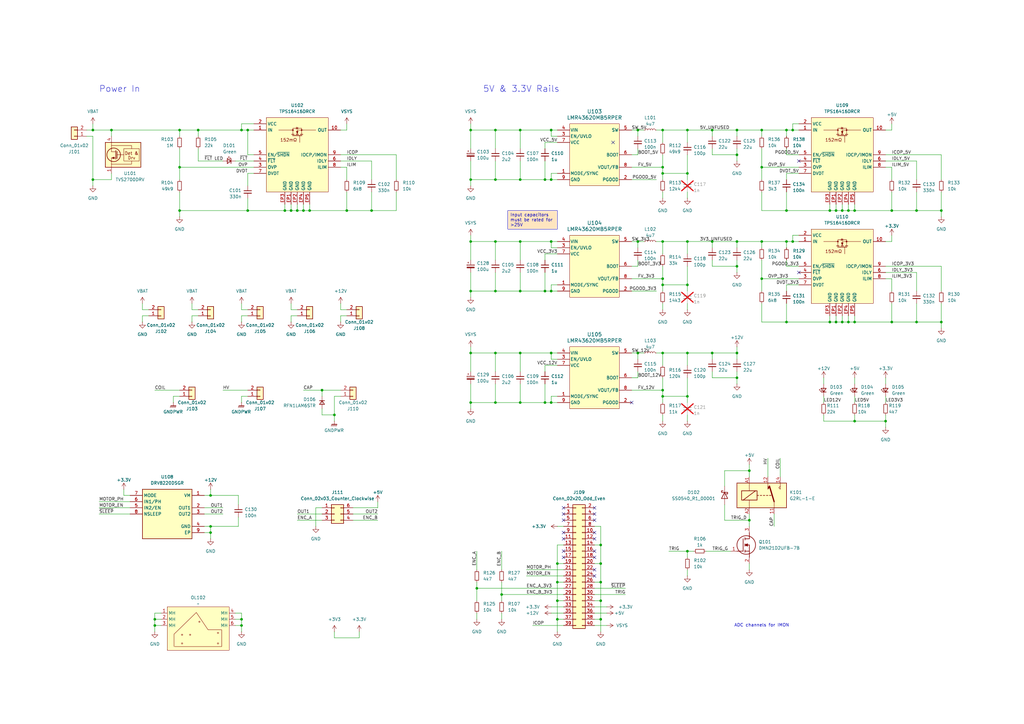
<source format=kicad_sch>
(kicad_sch (version 20231120) (generator "eeschema") (generator_version "8.0")
  (paper "A3")
  (junction (at 302.26 154.94))
  (junction (at 213.36 73.66))
  (junction (at 226.06 165.1))
  (junction (at 271.78 53.34))
  (junction (at 223.52 73.66))
  (junction (at 292.1 53.34))
  (junction (at 223.52 165.1))
  (junction (at 261.62 144.78))
  (junction (at 350.52 132.08))
  (junction (at 246.38 238.76))
  (junction (at 205.74 243.84))
  (junction (at 261.62 53.34))
  (junction (at 322.58 132.08))
  (junction (at 281.94 116.84))
  (junction (at 81.28 53.34))
  (junction (at 246.38 231.14))
  (junction (at 86.36 215.9))
  (junction (at 228.6 246.38))
  (junction (at 45.72 53.34))
  (junction (at 228.6 254))
  (junction (at 307.34 193.04))
  (junction (at 261.62 99.06))
  (junction (at 226.06 99.06))
  (junction (at 203.2 144.78))
  (junction (at 213.36 99.06))
  (junction (at 281.94 53.34))
  (junction (at 325.12 53.34))
  (junction (at 271.78 116.84))
  (junction (at 99.06 53.34))
  (junction (at 193.04 119.38))
  (junction (at 203.2 73.66))
  (junction (at 63.5 256.54))
  (junction (at 124.46 86.36))
  (junction (at 193.04 53.34))
  (junction (at 152.4 86.36))
  (junction (at 193.04 73.66))
  (junction (at 38.1 53.34))
  (junction (at 312.42 53.34))
  (junction (at 302.26 53.34))
  (junction (at 203.2 119.38))
  (junction (at 246.38 223.52))
  (junction (at 281.94 71.12))
  (junction (at 325.12 99.06))
  (junction (at 350.52 172.72))
  (junction (at 121.92 86.36))
  (junction (at 116.84 86.36))
  (junction (at 99.06 256.54))
  (junction (at 73.66 68.58))
  (junction (at 302.26 99.06))
  (junction (at 312.42 99.06))
  (junction (at 345.44 86.36))
  (junction (at 386.08 86.36))
  (junction (at 365.76 132.08))
  (junction (at 340.36 86.36))
  (junction (at 86.36 218.44))
  (junction (at 142.24 86.36))
  (junction (at 312.42 68.58))
  (junction (at 228.6 238.76))
  (junction (at 246.38 246.38))
  (junction (at 271.78 114.3))
  (junction (at 375.92 86.36))
  (junction (at 101.6 53.34))
  (junction (at 292.1 144.78))
  (junction (at 271.78 68.58))
  (junction (at 137.16 170.18))
  (junction (at 203.2 53.34))
  (junction (at 38.1 73.66))
  (junction (at 193.04 165.1))
  (junction (at 322.58 53.34))
  (junction (at 132.08 160.02))
  (junction (at 73.66 53.34))
  (junction (at 340.36 132.08))
  (junction (at 363.22 172.72))
  (junction (at 213.36 119.38))
  (junction (at 271.78 71.12))
  (junction (at 213.36 144.78))
  (junction (at 375.92 132.08))
  (junction (at 63.5 254))
  (junction (at 223.52 119.38))
  (junction (at 127 86.36))
  (junction (at 322.58 86.36))
  (junction (at 302.26 63.5))
  (junction (at 347.98 86.36))
  (junction (at 193.04 99.06))
  (junction (at 292.1 99.06))
  (junction (at 271.78 162.56))
  (junction (at 312.42 114.3))
  (junction (at 281.94 162.56))
  (junction (at 73.66 86.36))
  (junction (at 322.58 99.06))
  (junction (at 345.44 132.08))
  (junction (at 302.26 144.78))
  (junction (at 86.36 203.2))
  (junction (at 213.36 53.34))
  (junction (at 203.2 165.1))
  (junction (at 226.06 119.38))
  (junction (at 195.58 241.3))
  (junction (at 342.9 86.36))
  (junction (at 213.36 165.1))
  (junction (at 281.94 144.78))
  (junction (at 271.78 99.06))
  (junction (at 347.98 132.08))
  (junction (at 271.78 144.78))
  (junction (at 226.06 53.34))
  (junction (at 101.6 86.36))
  (junction (at 386.08 132.08))
  (junction (at 193.04 144.78))
  (junction (at 350.52 86.36))
  (junction (at 246.38 254))
  (junction (at 271.78 160.02))
  (junction (at 119.38 86.36))
  (junction (at 203.2 99.06))
  (junction (at 281.94 99.06))
  (junction (at 342.9 132.08))
  (junction (at 307.34 213.36))
  (junction (at 228.6 231.14))
  (junction (at 365.76 86.36))
  (junction (at 226.06 73.66))
  (junction (at 281.94 226.06))
  (junction (at 226.06 144.78))
  (junction (at 99.06 254))
  (junction (at 302.26 109.22))
  (no_connect (at 243.84 220.98))
  (no_connect (at 243.84 233.68))
  (no_connect (at 231.14 220.98))
  (no_connect (at 231.14 228.6))
  (no_connect (at 231.14 210.82))
  (no_connect (at 259.08 165.1))
  (no_connect (at 243.84 210.82))
  (no_connect (at 243.84 236.22))
  (no_connect (at 243.84 213.36))
  (no_connect (at 231.14 208.28))
  (no_connect (at 327.66 111.76))
  (no_connect (at 231.14 213.36))
  (no_connect (at 243.84 228.6))
  (no_connect (at 251.46 58.42))
  (no_connect (at 243.84 226.06))
  (no_connect (at 231.14 226.06))
  (no_connect (at 243.84 208.28))
  (no_connect (at 327.66 66.04))
  (no_connect (at 231.14 218.44))
  (no_connect (at 243.84 218.44))
  (wire (pts (xy 337.82 172.72) (xy 337.82 170.18)))
  (wire (pts (xy 365.76 96.52) (xy 365.76 99.06)))
  (wire (pts (xy 81.28 127) (xy 78.74 127)))
  (wire (pts (xy 363.22 111.76) (xy 375.92 111.76)))
  (wire (pts (xy 365.76 78.74) (xy 365.76 86.36)))
  (wire (pts (xy 121.92 127) (xy 119.38 127)))
  (wire (pts (xy 243.84 215.9) (xy 246.38 215.9)))
  (wire (pts (xy 193.04 60.96) (xy 193.04 53.34)))
  (wire (pts (xy 73.66 160.02) (xy 63.5 160.02)))
  (wire (pts (xy 259.08 160.02) (xy 271.78 160.02)))
  (wire (pts (xy 132.08 160.02) (xy 124.46 160.02)))
  (wire (pts (xy 375.92 86.36) (xy 386.08 86.36)))
  (wire (pts (xy 203.2 157.48) (xy 203.2 165.1)))
  (wire (pts (xy 226.06 71.12) (xy 226.06 73.66)))
  (wire (pts (xy 281.94 53.34) (xy 281.94 58.42)))
  (wire (pts (xy 261.62 99.06) (xy 264.16 99.06)))
  (wire (pts (xy 322.58 132.08) (xy 340.36 132.08)))
  (wire (pts (xy 129.54 208.28) (xy 132.08 208.28)))
  (wire (pts (xy 271.78 154.94) (xy 271.78 160.02)))
  (wire (pts (xy 292.1 101.6) (xy 292.1 99.06)))
  (wire (pts (xy 271.78 144.78) (xy 271.78 149.86)))
  (wire (pts (xy 35.56 53.34) (xy 38.1 53.34)))
  (wire (pts (xy 322.58 73.66) (xy 322.58 71.12)))
  (wire (pts (xy 137.16 162.56) (xy 137.16 170.18)))
  (wire (pts (xy 261.62 154.94) (xy 259.08 154.94)))
  (wire (pts (xy 228.6 147.32) (xy 226.06 147.32)))
  (wire (pts (xy 281.94 226.06) (xy 281.94 228.6)))
  (wire (pts (xy 73.66 60.96) (xy 73.66 68.58)))
  (wire (pts (xy 81.28 129.54) (xy 78.74 129.54)))
  (wire (pts (xy 213.36 157.48) (xy 213.36 165.1)))
  (wire (pts (xy 101.6 162.56) (xy 99.06 162.56)))
  (wire (pts (xy 386.08 86.36) (xy 386.08 88.9)))
  (wire (pts (xy 363.22 66.04) (xy 375.92 66.04)))
  (wire (pts (xy 132.08 170.18) (xy 137.16 170.18)))
  (wire (pts (xy 193.04 165.1) (xy 203.2 165.1)))
  (wire (pts (xy 246.38 254) (xy 246.38 259.08)))
  (wire (pts (xy 259.08 144.78) (xy 261.62 144.78)))
  (wire (pts (xy 340.36 132.08) (xy 340.36 129.54)))
  (wire (pts (xy 259.08 73.66) (xy 269.24 73.66)))
  (wire (pts (xy 223.52 111.76) (xy 223.52 119.38)))
  (wire (pts (xy 97.79 207.01) (xy 97.79 203.2)))
  (wire (pts (xy 195.58 226.06) (xy 195.58 233.68)))
  (wire (pts (xy 261.62 53.34) (xy 264.16 53.34)))
  (wire (pts (xy 152.4 66.04) (xy 152.4 73.66)))
  (wire (pts (xy 81.28 53.34) (xy 81.28 55.88)))
  (wire (pts (xy 271.78 53.34) (xy 281.94 53.34)))
  (wire (pts (xy 271.78 71.12) (xy 281.94 71.12)))
  (wire (pts (xy 66.04 256.54) (xy 63.5 256.54)))
  (wire (pts (xy 246.38 215.9) (xy 246.38 223.52)))
  (wire (pts (xy 116.84 86.36) (xy 116.84 83.82)))
  (wire (pts (xy 73.66 162.56) (xy 71.12 162.56)))
  (wire (pts (xy 81.28 66.04) (xy 81.28 60.96)))
  (wire (pts (xy 73.66 78.74) (xy 73.66 86.36)))
  (wire (pts (xy 243.84 246.38) (xy 246.38 246.38)))
  (wire (pts (xy 342.9 86.36) (xy 342.9 83.82)))
  (wire (pts (xy 261.62 152.4) (xy 261.62 154.94)))
  (wire (pts (xy 302.26 99.06) (xy 312.42 99.06)))
  (wire (pts (xy 317.5 215.9) (xy 317.5 210.82)))
  (wire (pts (xy 386.08 78.74) (xy 386.08 86.36)))
  (wire (pts (xy 256.54 243.84) (xy 243.84 243.84)))
  (wire (pts (xy 101.6 129.54) (xy 99.06 129.54)))
  (wire (pts (xy 142.24 68.58) (xy 142.24 73.66)))
  (wire (pts (xy 312.42 53.34) (xy 312.42 55.88)))
  (wire (pts (xy 226.06 248.92) (xy 231.14 248.92)))
  (wire (pts (xy 312.42 124.46) (xy 312.42 132.08)))
  (wire (pts (xy 292.1 152.4) (xy 292.1 154.94)))
  (wire (pts (xy 223.52 104.14) (xy 228.6 104.14)))
  (wire (pts (xy 340.36 132.08) (xy 342.9 132.08)))
  (wire (pts (xy 243.84 254) (xy 246.38 254)))
  (wire (pts (xy 350.52 154.94) (xy 350.52 157.48)))
  (wire (pts (xy 297.18 199.39) (xy 297.18 193.04)))
  (wire (pts (xy 213.36 73.66) (xy 223.52 73.66)))
  (wire (pts (xy 213.36 165.1) (xy 223.52 165.1)))
  (wire (pts (xy 322.58 78.74) (xy 322.58 86.36)))
  (wire (pts (xy 162.56 78.74) (xy 162.56 86.36)))
  (wire (pts (xy 259.08 53.34) (xy 261.62 53.34)))
  (wire (pts (xy 297.18 213.36) (xy 307.34 213.36)))
  (wire (pts (xy 38.1 53.34) (xy 45.72 53.34)))
  (wire (pts (xy 203.2 99.06) (xy 213.36 99.06)))
  (wire (pts (xy 243.84 223.52) (xy 246.38 223.52)))
  (wire (pts (xy 271.78 109.22) (xy 271.78 114.3)))
  (wire (pts (xy 139.7 66.04) (xy 152.4 66.04)))
  (wire (pts (xy 271.78 162.56) (xy 271.78 160.02)))
  (wire (pts (xy 312.42 60.96) (xy 312.42 68.58)))
  (wire (pts (xy 203.2 144.78) (xy 213.36 144.78)))
  (wire (pts (xy 139.7 162.56) (xy 137.16 162.56)))
  (wire (pts (xy 365.76 99.06) (xy 363.22 99.06)))
  (wire (pts (xy 137.16 259.08) (xy 137.16 261.62)))
  (wire (pts (xy 60.96 127) (xy 58.42 127)))
  (wire (pts (xy 365.76 50.8) (xy 365.76 53.34)))
  (wire (pts (xy 261.62 101.6) (xy 261.62 99.06)))
  (wire (pts (xy 281.94 63.5) (xy 281.94 71.12)))
  (wire (pts (xy 139.7 160.02) (xy 132.08 160.02)))
  (wire (pts (xy 193.04 157.48) (xy 193.04 165.1)))
  (wire (pts (xy 38.1 73.66) (xy 38.1 55.88)))
  (wire (pts (xy 132.08 210.82) (xy 121.92 210.82)))
  (wire (pts (xy 193.04 119.38) (xy 193.04 121.92)))
  (wire (pts (xy 78.74 127) (xy 78.74 124.46)))
  (wire (pts (xy 45.72 53.34) (xy 73.66 53.34)))
  (wire (pts (xy 35.56 55.88) (xy 38.1 55.88)))
  (wire (pts (xy 226.06 251.46) (xy 231.14 251.46)))
  (wire (pts (xy 213.36 53.34) (xy 226.06 53.34)))
  (wire (pts (xy 101.6 127) (xy 99.06 127)))
  (wire (pts (xy 104.14 63.5) (xy 101.6 63.5)))
  (wire (pts (xy 195.58 238.76) (xy 195.58 241.3)))
  (wire (pts (xy 226.06 144.78) (xy 228.6 144.78)))
  (wire (pts (xy 281.94 124.46) (xy 281.94 127)))
  (wire (pts (xy 292.1 63.5) (xy 302.26 63.5)))
  (wire (pts (xy 63.5 259.08) (xy 63.5 256.54)))
  (wire (pts (xy 193.04 53.34) (xy 203.2 53.34)))
  (wire (pts (xy 363.22 63.5) (xy 386.08 63.5)))
  (wire (pts (xy 292.1 99.06) (xy 302.26 99.06)))
  (wire (pts (xy 78.74 132.08) (xy 78.74 129.54)))
  (wire (pts (xy 193.04 142.24) (xy 193.04 144.78)))
  (wire (pts (xy 45.72 71.12) (xy 45.72 73.66)))
  (wire (pts (xy 116.84 86.36) (xy 119.38 86.36)))
  (wire (pts (xy 307.34 231.14) (xy 307.34 233.68)))
  (wire (pts (xy 271.78 99.06) (xy 271.78 104.14)))
  (wire (pts (xy 246.38 223.52) (xy 246.38 231.14)))
  (wire (pts (xy 261.62 109.22) (xy 259.08 109.22)))
  (wire (pts (xy 101.6 53.34) (xy 101.6 63.5)))
  (wire (pts (xy 292.1 53.34) (xy 302.26 53.34)))
  (wire (pts (xy 337.82 162.56) (xy 337.82 165.1)))
  (wire (pts (xy 325.12 53.34) (xy 327.66 53.34)))
  (wire (pts (xy 226.06 99.06) (xy 228.6 99.06)))
  (wire (pts (xy 375.92 124.46) (xy 375.92 132.08)))
  (wire (pts (xy 375.92 111.76) (xy 375.92 119.38)))
  (wire (pts (xy 228.6 215.9) (xy 231.14 215.9)))
  (wire (pts (xy 350.52 170.18) (xy 350.52 172.72)))
  (wire (pts (xy 271.78 144.78) (xy 281.94 144.78)))
  (wire (pts (xy 193.04 96.52) (xy 193.04 99.06)))
  (wire (pts (xy 271.78 124.46) (xy 271.78 127)))
  (wire (pts (xy 281.94 154.94) (xy 281.94 162.56)))
  (wire (pts (xy 322.58 116.84) (xy 327.66 116.84)))
  (wire (pts (xy 281.94 109.22) (xy 281.94 116.84)))
  (wire (pts (xy 259.08 99.06) (xy 261.62 99.06)))
  (wire (pts (xy 269.24 144.78) (xy 271.78 144.78)))
  (wire (pts (xy 271.78 116.84) (xy 271.78 119.38)))
  (wire (pts (xy 312.42 132.08) (xy 322.58 132.08)))
  (wire (pts (xy 50.8 200.66) (xy 50.8 203.2)))
  (wire (pts (xy 365.76 119.38) (xy 365.76 114.3)))
  (wire (pts (xy 322.58 60.96) (xy 322.58 63.5)))
  (wire (pts (xy 243.84 238.76) (xy 246.38 238.76)))
  (wire (pts (xy 45.72 53.34) (xy 45.72 55.88)))
  (wire (pts (xy 347.98 132.08) (xy 347.98 129.54)))
  (wire (pts (xy 203.2 106.68) (xy 203.2 99.06)))
  (wire (pts (xy 101.6 81.28) (xy 101.6 86.36)))
  (wire (pts (xy 302.26 55.88) (xy 302.26 53.34)))
  (wire (pts (xy 228.6 246.38) (xy 231.14 246.38)))
  (wire (pts (xy 203.2 152.4) (xy 203.2 144.78)))
  (wire (pts (xy 302.26 101.6) (xy 302.26 99.06)))
  (wire (pts (xy 322.58 119.38) (xy 322.58 116.84)))
  (wire (pts (xy 137.16 261.62) (xy 147.32 261.62)))
  (wire (pts (xy 139.7 63.5) (xy 162.56 63.5)))
  (wire (pts (xy 271.78 78.74) (xy 271.78 81.28)))
  (wire (pts (xy 281.94 170.18) (xy 281.94 172.72)))
  (wire (pts (xy 228.6 246.38) (xy 228.6 254)))
  (wire (pts (xy 203.2 119.38) (xy 213.36 119.38)))
  (wire (pts (xy 223.52 66.04) (xy 223.52 73.66)))
  (wire (pts (xy 228.6 238.76) (xy 228.6 246.38)))
  (wire (pts (xy 193.04 111.76) (xy 193.04 119.38)))
  (wire (pts (xy 203.2 111.76) (xy 203.2 119.38)))
  (wire (pts (xy 327.66 50.8) (xy 325.12 50.8)))
  (wire (pts (xy 350.52 172.72) (xy 363.22 172.72)))
  (wire (pts (xy 271.78 162.56) (xy 281.94 162.56)))
  (wire (pts (xy 96.52 66.04) (xy 104.14 66.04)))
  (wire (pts (xy 96.52 251.46) (xy 99.06 251.46)))
  (wire (pts (xy 101.6 71.12) (xy 104.14 71.12)))
  (wire (pts (xy 345.44 132.08) (xy 345.44 129.54)))
  (wire (pts (xy 226.06 144.78) (xy 226.06 147.32)))
  (wire (pts (xy 101.6 53.34) (xy 104.14 53.34)))
  (wire (pts (xy 132.08 162.56) (xy 132.08 160.02)))
  (wire (pts (xy 345.44 86.36) (xy 347.98 86.36)))
  (wire (pts (xy 261.62 63.5) (xy 259.08 63.5)))
  (wire (pts (xy 40.64 205.74) (xy 53.34 205.74)))
  (wire (pts (xy 218.44 256.54) (xy 231.14 256.54)))
  (wire (pts (xy 223.52 165.1) (xy 226.06 165.1)))
  (wire (pts (xy 40.64 210.82) (xy 53.34 210.82)))
  (wire (pts (xy 347.98 86.36) (xy 347.98 83.82)))
  (wire (pts (xy 139.7 127) (xy 139.7 124.46)))
  (wire (pts (xy 350.52 172.72) (xy 337.82 172.72)))
  (wire (pts (xy 243.84 256.54) (xy 248.92 256.54)))
  (wire (pts (xy 322.58 63.5) (xy 327.66 63.5)))
  (wire (pts (xy 322.58 124.46) (xy 322.58 132.08)))
  (wire (pts (xy 213.36 144.78) (xy 226.06 144.78)))
  (wire (pts (xy 203.2 66.04) (xy 203.2 73.66)))
  (wire (pts (xy 312.42 78.74) (xy 312.42 86.36)))
  (wire (pts (xy 302.26 106.68) (xy 302.26 109.22)))
  (wire (pts (xy 226.06 119.38) (xy 228.6 119.38)))
  (wire (pts (xy 322.58 109.22) (xy 327.66 109.22)))
  (wire (pts (xy 322.58 106.68) (xy 322.58 109.22)))
  (wire (pts (xy 226.06 162.56) (xy 228.6 162.56)))
  (wire (pts (xy 320.04 187.96) (xy 320.04 195.58)))
  (wire (pts (xy 350.52 86.36) (xy 365.76 86.36)))
  (wire (pts (xy 302.26 152.4) (xy 302.26 154.94)))
  (wire (pts (xy 363.22 170.18) (xy 363.22 172.72)))
  (wire (pts (xy 99.06 127) (xy 99.06 124.46)))
  (wire (pts (xy 325.12 50.8) (xy 325.12 53.34)))
  (wire (pts (xy 269.24 53.34) (xy 271.78 53.34)))
  (wire (pts (xy 99.06 251.46) (xy 99.06 254)))
  (wire (pts (xy 261.62 106.68) (xy 261.62 109.22)))
  (wire (pts (xy 271.78 63.5) (xy 271.78 68.58)))
  (wire (pts (xy 223.52 152.4) (xy 223.52 149.86)))
  (wire (pts (xy 243.84 231.14) (xy 246.38 231.14)))
  (wire (pts (xy 271.78 162.56) (xy 271.78 165.1)))
  (wire (pts (xy 281.94 144.78) (xy 292.1 144.78)))
  (wire (pts (xy 226.06 73.66) (xy 228.6 73.66)))
  (wire (pts (xy 347.98 132.08) (xy 350.52 132.08)))
  (wire (pts (xy 322.58 71.12) (xy 327.66 71.12)))
  (wire (pts (xy 386.08 132.08) (xy 386.08 134.62)))
  (wire (pts (xy 365.76 132.08) (xy 375.92 132.08)))
  (wire (pts (xy 314.96 187.96) (xy 314.96 195.58)))
  (wire (pts (xy 147.32 259.08) (xy 147.32 261.62)))
  (wire (pts (xy 99.06 254) (xy 96.52 254)))
  (wire (pts (xy 271.78 114.3) (xy 271.78 116.84)))
  (wire (pts (xy 142.24 50.8) (xy 142.24 53.34)))
  (wire (pts (xy 99.06 256.54) (xy 99.06 254)))
  (wire (pts (xy 63.5 256.54) (xy 63.5 254)))
  (wire (pts (xy 203.2 60.96) (xy 203.2 53.34)))
  (wire (pts (xy 259.08 119.38) (xy 269.24 119.38)))
  (wire (pts (xy 307.34 210.82) (xy 307.34 213.36)))
  (wire (pts (xy 154.94 208.28) (xy 144.78 208.28)))
  (wire (pts (xy 86.36 203.2) (xy 83.82 203.2)))
  (wire (pts (xy 193.04 73.66) (xy 203.2 73.66)))
  (wire (pts (xy 281.94 99.06) (xy 292.1 99.06)))
  (wire (pts (xy 142.24 129.54) (xy 139.7 129.54)))
  (wire (pts (xy 83.82 210.82) (xy 91.44 210.82)))
  (wire (pts (xy 226.06 165.1) (xy 228.6 165.1)))
  (wire (pts (xy 302.26 60.96) (xy 302.26 63.5)))
  (wire (pts (xy 281.94 233.68) (xy 281.94 236.22)))
  (wire (pts (xy 223.52 106.68) (xy 223.52 104.14)))
  (wire (pts (xy 243.84 248.92) (xy 248.92 248.92)))
  (wire (pts (xy 203.2 165.1) (xy 213.36 165.1)))
  (wire (pts (xy 228.6 231.14) (xy 231.14 231.14)))
  (wire (pts (xy 119.38 86.36) (xy 119.38 83.82)))
  (wire (pts (xy 365.76 114.3) (xy 363.22 114.3)))
  (wire (pts (xy 292.1 55.88) (xy 292.1 53.34)))
  (wire (pts (xy 375.92 132.08) (xy 386.08 132.08)))
  (wire (pts (xy 132.08 213.36) (xy 121.92 213.36)))
  (wire (pts (xy 292.1 60.96) (xy 292.1 63.5)))
  (wire (pts (xy 228.6 55.88) (xy 226.06 55.88)))
  (wire (pts (xy 297.18 193.04) (xy 307.34 193.04)))
  (wire (pts (xy 322.58 53.34) (xy 322.58 55.88)))
  (wire (pts (xy 340.36 86.36) (xy 342.9 86.36)))
  (wire (pts (xy 347.98 86.36) (xy 350.52 86.36)))
  (wire (pts (xy 99.06 50.8) (xy 104.14 50.8)))
  (wire (pts (xy 365.76 124.46) (xy 365.76 132.08)))
  (wire (pts (xy 271.78 170.18) (xy 271.78 172.72)))
  (wire (pts (xy 226.06 162.56) (xy 226.06 165.1)))
  (wire (pts (xy 223.52 58.42) (xy 228.6 58.42)))
  (wire (pts (xy 281.94 144.78) (xy 281.94 149.86)))
  (wire (pts (xy 281.94 99.06) (xy 281.94 104.14)))
  (wire (pts (xy 50.8 203.2) (xy 53.34 203.2)))
  (wire (pts (xy 195.58 251.46) (xy 195.58 254)))
  (wire (pts (xy 261.62 147.32) (xy 261.62 144.78)))
  (wire (pts (xy 154.94 210.82) (xy 144.78 210.82)))
  (wire (pts (xy 345.44 86.36) (xy 345.44 83.82)))
  (wire (pts (xy 228.6 101.6) (xy 226.06 101.6)))
  (wire (pts (xy 142.24 68.58) (xy 139.7 68.58)))
  (wire (pts (xy 193.04 73.66) (xy 193.04 76.2)))
  (wire (pts (xy 213.36 111.76) (xy 213.36 119.38)))
  (wire (pts (xy 248.92 251.46) (xy 243.84 251.46)))
  (wire (pts (xy 350.52 86.36) (xy 350.52 83.82)))
  (wire (pts (xy 99.06 165.1) (xy 99.06 162.56)))
  (wire (pts (xy 325.12 96.52) (xy 325.12 99.06)))
  (wire (pts (xy 228.6 231.14) (xy 228.6 238.76)))
  (wire (pts (xy 342.9 132.08) (xy 345.44 132.08)))
  (wire (pts (xy 101.6 160.02) (xy 91.44 160.02)))
  (wire (pts (xy 101.6 76.2) (xy 101.6 71.12)))
  (wire (pts (xy 193.04 165.1) (xy 193.04 167.64)))
  (wire (pts (xy 132.08 167.64) (xy 132.08 170.18)))
  (wire (pts (xy 205.74 226.06) (xy 205.74 233.68)))
  (wire (pts (xy 223.52 119.38) (xy 226.06 119.38)))
  (wire (pts (xy 81.28 53.34) (xy 99.06 53.34)))
  (wire (pts (xy 350.52 132.08) (xy 350.52 129.54)))
  (wire (pts (xy 302.26 142.24) (xy 302.26 144.78)))
  (wire (pts (xy 121.92 129.54) (xy 119.38 129.54)))
  (wire (pts (xy 386.08 109.22) (xy 386.08 119.38)))
  (wire (pts (xy 97.79 203.2) (xy 86.36 203.2)))
  (wire (pts (xy 292.1 144.78) (xy 302.26 144.78)))
  (wire (pts (xy 162.56 86.36) (xy 152.4 86.36)))
  (wire (pts (xy 91.44 66.04) (xy 81.28 66.04)))
  (wire (pts (xy 228.6 254) (xy 231.14 254)))
  (wire (pts (xy 195.58 241.3) (xy 231.14 241.3)))
  (wire (pts (xy 340.36 86.36) (xy 340.36 83.82)))
  (wire (pts (xy 246.38 231.14) (xy 246.38 238.76)))
  (wire (pts (xy 302.26 154.94) (xy 302.26 157.48)))
  (wire (pts (xy 281.94 78.74) (xy 281.94 81.28)))
  (wire (pts (xy 97.79 212.09) (xy 97.79 215.9)))
  (wire (pts (xy 228.6 238.76) (xy 231.14 238.76)))
  (wire (pts (xy 215.9 236.22) (xy 231.14 236.22)))
  (wire (pts (xy 86.36 215.9) (xy 97.79 215.9)))
  (wire (pts (xy 365.76 73.66) (xy 365.76 68.58)))
  (wire (pts (xy 312.42 114.3) (xy 327.66 114.3)))
  (wire (pts (xy 142.24 127) (xy 139.7 127)))
  (wire (pts (xy 350.52 132.08) (xy 365.76 132.08)))
  (wire (pts (xy 195.58 241.3) (xy 195.58 246.38)))
  (wire (pts (xy 73.66 68.58) (xy 104.14 68.58)))
  (wire (pts (xy 137.16 172.72) (xy 137.16 170.18)))
  (wire (pts (xy 365.76 53.34) (xy 363.22 53.34)))
  (wire (pts (xy 152.4 78.74) (xy 152.4 86.36)))
  (wire (pts (xy 226.06 99.06) (xy 226.06 101.6)))
  (wire (pts (xy 83.82 215.9) (xy 86.36 215.9)))
  (wire (pts (xy 226.06 53.34) (xy 226.06 55.88)))
  (wire (pts (xy 66.04 251.46) (xy 63.5 251.46)))
  (wire (pts (xy 203.2 53.34) (xy 213.36 53.34)))
  (wire (pts (xy 365.76 68.58) (xy 363.22 68.58)))
  (wire (pts (xy 99.06 132.08) (xy 99.06 129.54)))
  (wire (pts (xy 119.38 86.36) (xy 121.92 86.36)))
  (wire (pts (xy 193.04 106.68) (xy 193.04 99.06)))
  (wire (pts (xy 154.94 213.36) (xy 144.78 213.36)))
  (wire (pts (xy 271.78 68.58) (xy 271.78 71.12)))
  (wire (pts (xy 124.46 86.36) (xy 127 86.36)))
  (wire (pts (xy 99.06 259.08) (xy 99.06 256.54)))
  (wire (pts (xy 226.06 116.84) (xy 226.06 119.38)))
  (wire (pts (xy 312.42 106.68) (xy 312.42 114.3)))
  (wire (pts (xy 289.56 226.06) (xy 299.72 226.06)))
  (wire (pts (xy 271.78 99.06) (xy 281.94 99.06)))
  (wire (pts (xy 60.96 129.54) (xy 58.42 129.54)))
  (wire (pts (xy 73.66 68.58) (xy 73.66 73.66)))
  (wire (pts (xy 152.4 86.36) (xy 142.24 86.36)))
  (wire (pts (xy 193.04 152.4) (xy 193.04 144.78)))
  (wire (pts (xy 281.94 71.12) (xy 281.94 73.66)))
  (wire (pts (xy 325.12 99.06) (xy 327.66 99.06)))
  (wire (pts (xy 271.78 53.34) (xy 271.78 58.42)))
  (wire (pts (xy 86.36 218.44) (xy 83.82 218.44)))
  (wire (pts (xy 38.1 50.8) (xy 38.1 53.34)))
  (wire (pts (xy 223.52 73.66) (xy 226.06 73.66)))
  (wire (pts (xy 73.66 53.34) (xy 81.28 53.34)))
  (wire (pts (xy 292.1 147.32) (xy 292.1 144.78)))
  (wire (pts (xy 322.58 86.36) (xy 340.36 86.36)))
  (wire (pts (xy 86.36 218.44) (xy 86.36 220.98)))
  (wire (pts (xy 205.74 243.84) (xy 231.14 243.84)))
  (wire (pts (xy 302.26 63.5) (xy 302.26 66.04)))
  (wire (pts (xy 307.34 190.5) (xy 307.34 193.04)))
  (wire (pts (xy 142.24 78.74) (xy 142.24 86.36)))
  (wire (pts (xy 312.42 114.3) (xy 312.42 119.38)))
  (wire (pts (xy 96.52 256.54) (xy 99.06 256.54)))
  (wire (pts (xy 302.26 53.34) (xy 312.42 53.34)))
  (wire (pts (xy 142.24 86.36) (xy 127 86.36)))
  (wire (pts (xy 281.94 116.84) (xy 281.94 119.38)))
  (wire (pts (xy 223.52 149.86) (xy 228.6 149.86)))
  (wire (pts (xy 86.36 215.9) (xy 86.36 218.44)))
  (wire (pts (xy 205.74 243.84) (xy 205.74 246.38)))
  (wire (pts (xy 127 86.36) (xy 127 83.82)))
  (wire (pts (xy 121.92 86.36) (xy 124.46 86.36)))
  (wire (pts (xy 307.34 193.04) (xy 307.34 195.58)))
  (wire (pts (xy 386.08 124.46) (xy 386.08 132.08)))
  (wire (pts (xy 375.92 66.04) (xy 375.92 73.66)))
  (wire (pts (xy 363.22 154.94) (xy 363.22 157.48)))
  (wire (pts (xy 226.06 53.34) (xy 228.6 53.34)))
  (wire (pts (xy 342.9 86.36) (xy 345.44 86.36)))
  (wire (pts (xy 99.06 53.34) (xy 99.06 50.8)))
  (wire (pts (xy 363.22 162.56) (xy 363.22 165.1)))
  (wire (pts (xy 363.22 109.22) (xy 386.08 109.22)))
  (wire (pts (xy 63.5 251.46) (xy 63.5 254)))
  (wire (pts (xy 375.92 78.74) (xy 375.92 86.36)))
  (wire (pts (xy 139.7 53.34) (xy 142.24 53.34)))
  (wire (pts (xy 302.26 109.22) (xy 302.26 111.76)))
  (wire (pts (xy 261.62 60.96) (xy 261.62 63.5)))
  (wire (pts (xy 322.58 99.06) (xy 325.12 99.06)))
  (wire (pts (xy 205.74 243.84) (xy 205.74 238.76)))
  (wire (pts (xy 154.94 205.74) (xy 154.94 208.28)))
  (wire (pts (xy 213.36 60.96) (xy 213.36 53.34)))
  (wire (pts (xy 129.54 208.28) (xy 129.54 215.9)))
  (wire (pts (xy 363.22 172.72) (xy 363.22 175.26)))
  (wire (pts (xy 223.52 157.48) (xy 223.52 165.1)))
  (wire (pts (xy 119.38 127) (xy 119.38 124.46)))
  (wire (pts (xy 213.36 106.68) (xy 213.36 99.06)))
  (wire (pts (xy 213.36 66.04) (xy 213.36 73.66)))
  (wire (pts (xy 292.1 109.22) (xy 302.26 109.22)))
  (wire (pts (xy 342.9 132.08) (xy 342.9 129.54)))
  (wire (pts (xy 246.38 238.76) (xy 246.38 246.38)))
  (wire (pts (xy 274.32 226.06) (xy 281.94 226.06)))
  (wire (pts (xy 312.42 99.06) (xy 322.58 99.06)))
  (wire (pts (xy 213.36 119.38) (xy 223.52 119.38)))
  (wire (pts (xy 162.56 63.5) (xy 162.56 73.66)))
  (wire (pts (xy 312.42 68.58) (xy 312.42 73.66)))
  (wire (pts (xy 223.52 60.96) (xy 223.52 58.42)))
  (wire (pts (xy 73.66 88.9) (xy 73.66 86.36)))
  (wire (pts (xy 228.6 223.52) (xy 228.6 231.14)))
  (wire (pts (xy 226.06 116.84) (xy 228.6 116.84)))
  (wire (pts (xy 58.42 127) (xy 58.42 124.46)))
  (wire (pts (xy 312.42 86.36) (xy 322.58 86.36)))
  (wire (pts (xy 350.52 162.56) (xy 350.52 165.1)))
  (wire (pts (xy 193.04 50.8) (xy 193.04 53.34)))
  (wire (pts (xy 292.1 106.68) (xy 292.1 109.22)))
  (wire (pts (xy 322.58 53.34) (xy 325.12 53.34)))
  (wire (pts (xy 205.74 251.46) (xy 205.74 254)))
  (wire (pts (xy 40.64 208.28) (xy 53.34 208.28)))
  (wire (pts (xy 38.1 76.2) (xy 38.1 73.66)))
  (wire (pts (xy 322.58 99.06) (xy 322.58 101.6)))
  (wire (pts (xy 312.42 68.58) (xy 327.66 68.58)))
  (wire (pts (xy 213.36 99.06) (xy 226.06 99.06)))
  (wire (pts (xy 281.94 53.34) (xy 292.1 53.34)))
  (wire (pts (xy 345.44 132.08) (xy 347.98 132.08)))
  (wire (pts (xy 193.04 99.06) (xy 203.2 99.06)))
  (wire (pts (xy 139.7 132.08) (xy 139.7 129.54)))
  (wire (pts (xy 73.66 53.34) (xy 73.66 55.88)))
  (wire (pts (xy 271.78 71.12) (xy 271.78 73.66)))
  (wire (pts (xy 86.36 200.66) (xy 86.36 203.2)))
  (wire (pts (xy 312.42 53.34) (xy 322.58 53.34)))
  (wire (pts (xy 101.6 86.36) (xy 116.84 86.36)))
  (wire (pts (xy 124.46 86.36) (xy 124.46 83.82)))
  (wire (pts (xy 228.6 254) (xy 228.6 259.08)))
  (wire (pts (xy 73.66 86.36) (xy 101.6 86.36)))
  (wire (pts (xy 226.06 71.12) (xy 228.6 71.12)))
  (wire (pts (xy 261.62 144.78) (xy 264.16 144.78)))
  (wire (pts (xy 91.44 208.28) (xy 83.82 208.28)))
  (wire (pts (xy 228.6 223.52) (xy 231.14 223.52)))
  (wire (pts (xy 121.92 86.36) (xy 121.92 83.82)))
  (wire (pts (xy 281.94 162.56) (xy 281.94 165.1)))
  (wire (pts (xy 203.2 73.66) (xy 213.36 73.66)))
  (wire (pts (xy 71.12 165.1) (xy 71.12 162.56)))
  (wire (pts (xy 307.34 213.36) (xy 307.34 215.9)))
  (wire (pts (xy 297.18 207.01) (xy 297.18 213.36)))
  (wire (pts (xy 193.04 66.04) (xy 193.04 73.66)))
  (wire (pts (xy 281.94 226.06) (xy 284.48 226.06)))
  (wire (pts (xy 271.78 116.84) (xy 281.94 116.84)))
  (wire (pts (xy 259.08 68.58) (xy 271.78 68.58)))
  (wire (pts (xy 38.1 73.66) (xy 45.72 73.66)))
  (wire (pts (xy 99.06 53.34) (xy 101.6 53.34)))
  (wire (pts (xy 213.36 152.4) (xy 213.36 144.78)))
  (wire (pts (xy 269.24 99.06) (xy 271.78 99.06)))
  (wire (pts (xy 312.42 99.06) (xy 312.42 101.6)))
  (wire (pts (xy 193.04 144.78) (xy 203.2 144.78)))
  (wire (pts (xy 215.9 233.68) (xy 231.14 233.68)))
  (wire (pts (xy 243.84 241.3) (xy 256.54 241.3)))
  (wire (pts (xy 327.66 96.52) (xy 325.12 96.52)))
  (wire (pts (xy 292.1 154.94) (xy 302.26 154.94)))
  (wire (pts (xy 259.08 114.3) (xy 271.78 114.3)))
  (wire (pts (xy 302.26 147.32) (xy 302.26 144.78)))
  (wire (pts (xy 365.76 86.36) (xy 375.92 86.36)))
  (wire (pts (xy 119.38 132.08) (xy 119.38 129.54)))
  (wire (pts (xy 63.5 254) (xy 66.04 254)))
  (wire (pts (xy 337.82 154.94) (xy 337.82 157.48)))
  (wire (pts (xy 58.42 132.08) (xy 58.42 129.54)))
  (wire (pts (xy 193.04 119.38) (xy 203.2 119.38)))
  (wire (pts (xy 261.62 55.88) (xy 261.62 53.34)))
  (wire (pts (xy 386.08 63.5) (xy 386.08 73.66)))
  (wire (pts (xy 246.38 246.38) (xy 246.38 254)))
  (text_box "Input capacitors must be rated for >25V" (at 208.28 86.36 0) (size 20.32 7.62) (fill (type color) (color 255 229 191 1)) (effects (font (size 1.27 1.27)) (justify left top)))
  (text "Power In" (at 40.64 38.1 0) (effects (font (size 2.54 2.54)) (justify left bottom)))
  (text "5V & 3.3V Rails" (at 198.12 38.1 0) (effects (font (size 2.54 2.54)) (justify left bottom)))
  (text "ADC channels for IMON" (at 312.42 256.54 0) (effects (font (size 1.27 1.27))))
  (label "TRIG_D" (at 299.72 213.36 0))
  (label "BOOT_5V" (at 261.62 63.5 0))
  (label "VCC_12V" (at 228.6 149.86 180))
  (label "PGOOD_3V3" (at 327.66 109.22 180))
  (label "~{FLT}" (at 101.6 66.04 180))
  (label "IDLY_5V" (at 365.76 66.04 0))
  (label "LED12V" (at 337.82 165.1 0))
  (label "~{FLT} LED" (at 83.82 66.04 0))
  (label "PGOOD_5V" (at 327.66 63.5 180))
  (label "HV" (at 314.96 187.96 270))
  (label "CAP" (at 124.46 160.02 0))
  (label "ICOP" (at 142.24 63.5 0))
  (label "TRIG_G" (at 292.1 226.06 0))
  (label "SW_12V" (at 259.08 144.78 0))
  (label "~{SLEEP}" (at 40.64 210.82 0))
  (label "5V_UNFUSED" (at 287.02 53.34 0))
  (label "PGOOD_3V3" (at 269.24 119.38 180))
  (label "OVP_3V3" (at 314.96 114.3 0))
  (label "LED5V" (at 350.52 165.1 0))
  (label "TRIG" (at 256.54 243.84 180))
  (label "SW_5V" (at 259.08 53.34 0))
  (label "SW_3V3" (at 259.08 99.06 0))
  (label "MOTOR_EN" (at 215.9 236.22 0))
  (label "ENC_B" (at 154.94 213.36 180))
  (label "OUT1" (at 121.92 210.82 0))
  (label "ILIM" (at 142.24 68.58 0))
  (label "FV_3V3" (at 261.62 114.3 0))
  (label "MOTOR_PH" (at 215.9 233.68 0))
  (label "DVDT" (at 101.6 71.12 180))
  (label "ICOP_5V" (at 365.76 63.5 0))
  (label "DVDT_3V3" (at 327.66 116.84 180))
  (label "BOOT_12V" (at 261.62 154.94 0))
  (label "ICOP" (at 218.44 256.54 0))
  (label "COIL" (at 63.5 160.02 0))
  (label "DVDT_5V" (at 327.66 71.12 180))
  (label "TRIG" (at 274.32 226.06 0))
  (label "CAP" (at 317.5 215.9 90))
  (label "ENC_A" (at 121.92 213.36 0))
  (label "ENC_B_3V3" (at 215.9 243.84 0))
  (label "OUT2" (at 154.94 210.82 180))
  (label "HV" (at 91.44 160.02 0))
  (label "OUT2" (at 91.44 210.82 180))
  (label "~{SLEEP}" (at 256.54 241.3 180))
  (label "ILIM_3V3" (at 365.76 114.3 0))
  (label "OVP_5V" (at 314.96 68.58 0))
  (label "OUT1" (at 91.44 208.28 180))
  (label "VCC_5V" (at 228.6 58.42 180))
  (label "PGOOD_5V" (at 269.24 73.66 180))
  (label "IDLY" (at 142.24 66.04 0))
  (label "FV_12V" (at 261.62 160.02 0))
  (label "IDLY_3V3" (at 365.76 111.76 0))
  (label "ENC_A" (at 195.58 226.06 270))
  (label "OVP" (at 101.6 68.58 180))
  (label "ENC_B" (at 205.74 226.06 270))
  (label "3V3_UNFUSED" (at 287.02 99.06 0))
  (label "ILIM_5V" (at 365.76 68.58 0))
  (label "MOTOR_PH" (at 40.64 205.74 0))
  (label "LED3V3" (at 363.22 165.1 0))
  (label "MOTOR_EN" (at 40.64 208.28 0))
  (label "ICOP_3V3" (at 365.76 109.22 0))
  (label "BOOT_3V3" (at 261.62 109.22 0))
  (label "VCC_3V3" (at 228.6 104.14 180))
  (label "FV_5V" (at 261.62 68.58 0))
  (label "ENC_A_3V3" (at 215.9 241.3 0))
  (label "COIL" (at 320.04 187.96 270))
  (symbol (lib_id "power:GND") (at 193.04 76.2 0) (unit 1)
    (property "Reference" "#PWR0128" (effects (hide yes)))
    (property "Value" "GND" (at 193.04 81.28 0))
    (property "Description" "Power symbol creates a global label with name \"GND\" , ground" (effects (hide yes)))
  )
  (symbol (lib_id "Device:C_Small") (at 213.36 154.94 0) (unit 1)
    (property "Reference" "C109" (at 215.9 154.3113 0) (effects (justify left)))
    (property "Value" "100n" (at 215.9 156.8513 0) (effects (justify left)))
    (property "Footprint" "Capacitor_SMD:C_0402_1005Metric" (effects (hide yes)))
    (property "Description" "Unpolarized capacitor, small symbol" (effects (hide yes)))
  )
  (symbol (lib_id "DMN21D2UFB-7B:DMN21D2UFB-7B") (at 299.72 226.06 0) (unit 1)
    (property "Reference" "Q101" (at 311.15 222.2499 0) (effects (justify left)))
    (property "Value" "DMN21D2UFB-7B" (at 311.15 224.7899 0) (effects (justify left)))
    (property "Footprint" "SSL Footprints:DMN21D2UFB7B" (effects (hide yes)))
    (property "Datasheet" "https://componentsearchengine.com/Datasheets/1/DMN21D2UFB-7B.pdf" (effects (hide yes)))
    (property "Description" "MOSFET MOSFET BVDSS: 8V-24V X1-DFN1006-3 T&R 10" (effects (hide yes)))
    (property "Height" "0.53" (effects (hide yes)))
    (property "Mouser Part Number" "621-DMN21D2UFB-7B" (effects (hide yes)))
    (property "Manufacturer_Name" "Diodes Incorporated" (effects (hide yes)))
    (property "Manufacturer_Part_Number" "DMN21D2UFB-7B" (effects (hide yes)))
  )
  (symbol (lib_id "Connector_Generic:Conn_01x02") (at 78.74 162.56 0) (mirror x) (unit 1)
    (property "Reference" "J103" (at 78.74 167.64 0))
    (property "Value" "Conn_01x02" (at 78.74 165.1 0))
    (property "Footprint" "Connector_AMASS:AMASS_XT30U-F_1x02_P5.0mm_Vertical" (effects (hide yes)))
    (property "Description" "Generic connector, single row, 01x02, script generated (kicad-library-utils/schlib/autogen/connector/)" (effects (hide yes)))
  )
  (symbol (lib_id "power:+5V") (at 365.76 50.8 0) (unit 1)
    (property "Reference" "#PWR0167" (effects (hide yes)))
    (property "Value" "+5V" (at 365.76 46.99 0))
    (property "Description" "Power symbol creates a global label with name \"+5V\"" (effects (hide yes)))
  )
  (symbol (lib_id "Device:R_Small") (at 142.24 76.2 0) (unit 1)
    (property "Reference" "R109" (at 144.78 74.93 0) (effects (justify left)))
    (property "Value" "6k8" (at 144.78 77.47 0) (effects (justify left)))
    (property "Footprint" "Resistor_SMD:R_0402_1005Metric" (effects (hide yes)))
    (property "Description" "Resistor, small symbol" (effects (hide yes)))
  )
  (symbol (lib_id "Device:C_Small") (at 375.92 121.92 0) (unit 1)
    (property "Reference" "C132" (at 378.46 121.2913 0) (effects (justify left)))
    (property "Value" "330n" (at 378.46 123.8313 0) (effects (justify left)))
    (property "Footprint" "Capacitor_SMD:C_0402_1005Metric" (effects (hide yes)))
    (property "Description" "Unpolarized capacitor, small symbol" (effects (hide yes)))
  )
  (symbol (lib_id "Device:C_Small") (at 152.4 76.2 0) (unit 1)
    (property "Reference" "C102" (at 154.94 75.5713 0) (effects (justify left)))
    (property "Value" "330n" (at 154.94 78.1113 0) (effects (justify left)))
    (property "Footprint" "Capacitor_SMD:C_0402_1005Metric" (effects (hide yes)))
    (property "Description" "Unpolarized capacitor, small symbol" (effects (hide yes)))
  )
  (symbol (lib_id "Device:C_Small") (at 292.1 149.86 0) (unit 1)
    (property "Reference" "C124" (at 294.64 149.2313 0) (effects (justify left)))
    (property "Value" "22u" (at 294.64 151.7713 0) (effects (justify left)))
    (property "Footprint" "Capacitor_SMD:C_0603_1608Metric" (effects (hide yes)))
    (property "Description" "Unpolarized capacitor, small symbol" (effects (hide yes)))
  )
  (symbol (lib_id "power:GND") (at 228.6 259.08 0) (unit 1)
    (property "Reference" "#PWR0155" (effects (hide yes)))
    (property "Value" "GND" (at 228.6 264.16 0))
    (property "Description" "Power symbol creates a global label with name \"GND\" , ground" (effects (hide yes)))
  )
  (symbol (lib_id "power:+12V") (at 337.82 154.94 0) (unit 1)
    (property "Reference" "#PWR0133" (effects (hide yes)))
    (property "Value" "+12V" (at 337.82 151.13 0))
    (property "Description" "Power symbol creates a global label with name \"+12V\"" (effects (hide yes)))
  )
  (symbol (lib_id "SSL_Symbols:VSYS") (at 193.04 96.52 0) (unit 1)
    (property "Reference" "#PWR0124" (effects (hide yes)))
    (property "Value" "VSYS" (at 193.04 91.44 0))
    (property "Description" "Power symbol creates a global label with name \"VSYS\"" (effects (hide yes)))
  )
  (symbol (lib_id "DRV8220DSGR:DRV8220DSGR") (at 68.58 200.66 0) (unit 1)
    (property "Reference" "U108" (at 68.58 195.58 0))
    (property "Value" "DRV8220DSGR" (at 68.58 198.12 0))
    (property "Footprint" "SSL Footprints:SON50P200X200X80-9N" (effects (hide yes)))
    (property "Datasheet" "https://www.ti.com/lit/gpn/drv8220" (effects (hide yes)))
    (property "Description" "DRV8220DSGR" (effects (hide yes)))
    (property "Height" "0.8" (effects (hide yes)))
    (property "Mouser Part Number" "595-DRV8220DSGR" (effects (hide yes)))
    (property "Mouser Price/Stock" "https://www.mouser.co.uk/ProductDetail/Texas-Instruments/DRV8220DSGR?qs=A6eO%252BMLsxmR1BpX9iMystg%3D%3D" (effects (hide yes)))
    (property "Manufacturer_Name" "Texas Instruments" (effects (hide yes)))
    (property "Manufacturer_Part_Number" "DRV8220DSGR" (effects (hide yes)))
  )
  (symbol (lib_id "power:GND") (at 302.26 111.76 0) (unit 1)
    (property "Reference" "#PWR0146" (effects (hide yes)))
    (property "Value" "GND" (at 302.26 116.84 0))
    (property "Description" "Power symbol creates a global label with name \"GND\" , ground" (effects (hide yes)))
  )
  (symbol (lib_id "SSL_Symbols:VSYS") (at 248.92 256.54 270) (unit 1)
    (property "Reference" "#PWR0156" (effects (hide yes)))
    (property "Value" "VSYS" (at 252.73 256.5399 90) (effects (justify left)))
    (property "Description" "Power symbol creates a global label with name \"VSYS\"" (effects (hide yes)))
  )
  (symbol (lib_id "Device:R_Small") (at 281.94 231.14 0) (unit 1)
    (property "Reference" "R102" (at 284.48 229.8699 0) (effects (justify left)))
    (property "Value" "10k" (at 284.48 232.4099 0) (effects (justify left)))
    (property "Footprint" "Resistor_SMD:R_0402_1005Metric" (effects (hide yes)))
    (property "Description" "Resistor, small symbol" (effects (hide yes)))
  )
  (symbol (lib_id "power:+12V") (at 139.7 124.46 0) (unit 1)
    (property "Reference" "#PWR0122" (effects (hide yes)))
    (property "Value" "+12V" (at 139.7 119.38 0))
    (property "Description" "Power symbol creates a global label with name \"+12V\"" (effects (hide yes)))
  )
  (symbol (lib_id "power:GND") (at 307.34 233.68 0) (unit 1)
    (property "Reference" "#PWR0111" (effects (hide yes)))
    (property "Value" "GND" (at 307.34 238.76 0))
    (property "Description" "Power symbol creates a global label with name \"GND\" , ground" (effects (hide yes)))
  )
  (symbol (lib_id "Device:C_Small") (at 213.36 63.5 0) (unit 1)
    (property "Reference" "C107" (at 215.9 62.8713 0) (effects (justify left)))
    (property "Value" "100n" (at 215.9 65.4113 0) (effects (justify left)))
    (property "Footprint" "Capacitor_SMD:C_0402_1005Metric" (effects (hide yes)))
    (property "Description" "Unpolarized capacitor, small symbol" (effects (hide yes)))
  )
  (symbol (lib_id "Device:C_Small") (at 97.79 209.55 0) (unit 1)
    (property "Reference" "C130" (at 100.33 208.9213 0) (effects (justify left)))
    (property "Value" "100n" (at 100.33 211.4613 0) (effects (justify left)))
    (property "Footprint" "Capacitor_SMD:C_0402_1005Metric" (effects (hide yes)))
    (property "Description" "Unpolarized capacitor, small symbol" (effects (hide yes)))
  )
  (symbol (lib_id "Connector_Generic:Conn_01x02") (at 106.68 129.54 0) (mirror x) (unit 1)
    (property "Reference" "J105" (at 106.68 135.89 0))
    (property "Value" "Conn_01x02" (at 106.68 133.35 0))
    (property "Footprint" "Connector_AMASS:AMASS_XT30U-F_1x02_P5.0mm_Vertical" (effects (hide yes)))
    (property "Description" "Generic connector, single row, 01x02, script generated (kicad-library-utils/schlib/autogen/connector/)" (effects (hide yes)))
  )
  (symbol (lib_id "Device:C_Small") (at 292.1 58.42 0) (unit 1)
    (property "Reference" "C122" (at 294.64 57.7913 0) (effects (justify left)))
    (property "Value" "22u" (at 294.64 60.3313 0) (effects (justify left)))
    (property "Footprint" "Capacitor_SMD:C_0603_1608Metric" (effects (hide yes)))
    (property "Description" "Unpolarized capacitor, small symbol" (effects (hide yes)))
  )
  (symbol (lib_id "Device:C_Polarized_Small") (at 193.04 63.5 0) (unit 1)
    (property "Reference" "C103" (at 195.58 62.23 0) (effects (justify left)))
    (property "Value" "100u" (at 195.58 64.77 0) (effects (justify left)))
    (property "Footprint" "Capacitor_SMD:CP_Elec_6.3x5.9" (effects (hide yes)))
    (property "Description" "Polarized capacitor, small symbol" (effects (hide yes)))
  )
  (symbol (lib_id "Connector_Generic:Conn_01x02") (at 106.68 162.56 0) (mirror x) (unit 1)
    (property "Reference" "J107" (at 106.68 167.64 0))
    (property "Value" "Conn_01x02" (at 106.68 165.1 0))
    (property "Footprint" "Connector_AMASS:AMASS_XT30U-F_1x02_P5.0mm_Vertical" (effects (hide yes)))
    (property "Description" "Generic connector, single row, 01x02, script generated (kicad-library-utils/schlib/autogen/connector/)" (effects (hide yes)))
  )
  (symbol (lib_id "Device:R_Small") (at 350.52 167.64 180) (unit 1)
    (property "Reference" "R118" (at 351.79 166.37 0) (effects (justify right)))
    (property "Value" "10k" (at 351.79 168.91 0) (effects (justify right)))
    (property "Footprint" "Resistor_SMD:R_0402_1005Metric" (effects (hide yes)))
    (property "Description" "Resistor, small symbol" (effects (hide yes)))
  )
  (symbol (lib_id "power:GND") (at 302.26 157.48 0) (unit 1)
    (property "Reference" "#PWR0148" (effects (hide yes)))
    (property "Value" "GND" (at 302.26 162.56 0))
    (property "Description" "Power symbol creates a global label with name \"GND\" , ground" (effects (hide yes)))
  )
  (symbol (lib_id "power:GNDPWR") (at 99.06 165.1 0) (unit 1)
    (property "Reference" "#PWR0131" (effects (hide yes)))
    (property "Value" "GNDPWR" (at 98.933 168.91 0))
    (property "Description" "Power symbol creates a global label with name \"GNDPWR\" , global ground" (effects (hide yes)))
  )
  (symbol (lib_id "Device:R_Small") (at 205.74 236.22 0) (unit 1)
    (property "Reference" "R127" (at 208.28 234.95 0) (effects (justify left)))
    (property "Value" "4k7" (at 208.28 237.49 0) (effects (justify left)))
    (property "Footprint" "Resistor_SMD:R_0402_1005Metric" (effects (hide yes)))
    (property "Description" "Resistor, small symbol" (effects (hide yes)))
  )
  (symbol (lib_id "power:GND") (at 281.94 127 0) (unit 1)
    (property "Reference" "#PWR0138" (effects (hide yes)))
    (property "Value" "GND" (at 281.94 132.08 0))
    (property "Description" "Power symbol creates a global label with name \"GND\" , ground" (effects (hide yes)))
  )
  (symbol (lib_id "Device:LED_Small") (at 93.98 66.04 0) (mirror y) (unit 1)
    (property "Reference" "D101" (at 91.44 59.69 0) (effects (justify right)))
    (property "Value" "Green" (at 91.44 62.23 0) (effects (justify right)))
    (property "Footprint" "LED_SMD:LED_0402_1005Metric" (effects (hide yes)))
    (property "Description" "Light emitting diode, small symbol" (effects (hide yes)))
  )
  (symbol (lib_id "Device:R_Small") (at 205.74 248.92 0) (unit 1)
    (property "Reference" "R107" (at 208.28 247.65 0) (effects (justify left)))
    (property "Value" "10k" (at 208.28 250.19 0) (effects (justify left)))
    (property "Footprint" "Resistor_SMD:R_0402_1005Metric" (effects (hide yes)))
    (property "Description" "Resistor, small symbol" (effects (hide yes)))
  )
  (symbol (lib_id "power:+3.3V") (at 248.92 248.92 270) (unit 1)
    (property "Reference" "#PWR0154" (effects (hide yes)))
    (property "Value" "+3.3V" (at 256.54 248.92 90))
    (property "Description" "Power symbol creates a global label with name \"+3.3V\"" (effects (hide yes)))
  )
  (symbol (lib_id "Device:LED_Small") (at 337.82 160.02 90) (unit 1)
    (property "Reference" "D103" (at 340.36 158.75 90) (effects (justify right)))
    (property "Value" "Green" (at 340.36 161.29 90) (effects (justify right)))
    (property "Footprint" "LED_SMD:LED_0402_1005Metric" (effects (hide yes)))
    (property "Description" "Light emitting diode, small symbol" (effects (hide yes)))
  )
  (symbol (lib_id "Device:R_Small") (at 312.42 76.2 0) (unit 1)
    (property "Reference" "R137" (at 314.96 74.9299 0) (effects (justify left)))
    (property "Value" "3k3" (at 314.96 77.4699 0) (effects (justify left)))
    (property "Footprint" "Resistor_SMD:R_0402_1005Metric" (effects (hide yes)))
    (property "Description" "Resistor, small symbol" (effects (hide yes)))
  )
  (symbol (lib_id "power:GND") (at 281.94 236.22 0) (unit 1)
    (property "Reference" "#PWR0120" (effects (hide yes)))
    (property "Value" "GND" (at 281.94 241.3 0))
    (property "Description" "Power symbol creates a global label with name \"GND\" , ground" (effects (hide yes)))
  )
  (symbol (lib_id "SSL_Symbols:VBAT") (at 78.74 124.46 0) (unit 1)
    (property "Reference" "#PWR0112" (effects (hide yes)))
    (property "Value" "VBAT" (at 78.74 119.38 0))
    (property "Description" "Power symbol creates a global label with name \"VBAT\"" (effects (hide yes)))
  )
  (symbol (lib_id "SSL_Symbols:VSYS") (at 193.04 50.8 0) (unit 1)
    (property "Reference" "#PWR0127" (effects (hide yes)))
    (property "Value" "VSYS" (at 193.04 45.72 0))
    (property "Description" "Power symbol creates a global label with name \"VSYS\"" (effects (hide yes)))
  )
  (symbol (lib_id "Device:C_Small") (at 203.2 109.22 0) (unit 1)
    (property "Reference" "C105" (at 205.74 108.5913 0) (effects (justify left)))
    (property "Value" "2u2" (at 205.74 111.1313 0) (effects (justify left)))
    (property "Footprint" "Capacitor_SMD:C_0603_1608Metric" (effects (hide yes)))
    (property "Description" "Unpolarized capacitor, small symbol" (effects (hide yes)))
  )
  (symbol (lib_id "Device:LED_Small") (at 350.52 160.02 90) (unit 1)
    (property "Reference" "D104" (at 353.06 158.75 90) (effects (justify right)))
    (property "Value" "Green" (at 353.06 161.29 90) (effects (justify right)))
    (property "Footprint" "LED_SMD:LED_0402_1005Metric" (effects (hide yes)))
    (property "Description" "Light emitting diode, small symbol" (effects (hide yes)))
  )
  (symbol (lib_id "power:GND") (at 58.42 132.08 0) (mirror y) (unit 1)
    (property "Reference" "#PWR0108" (effects (hide yes)))
    (property "Value" "GND" (at 58.42 137.16 0))
    (property "Description" "Power symbol creates a global label with name \"GND\" , ground" (effects (hide yes)))
  )
  (symbol (lib_id "LMR43620MB5RPER:LMR43620MB5RPER") (at 243.84 109.22 0) (unit 1)
    (property "Reference" "U104" (at 243.84 91.44 0) (effects (font (size 1.524 1.524))))
    (property "Value" "LMR43620MB5RPER" (at 243.84 93.98 0) (effects (font (size 1.524 1.524))))
    (property "Footprint" "SSL Footprints:LMR43620MB5RPER_TEX" (effects (hide yes)))
    (property "Datasheet" "https://www.ti.com/lit/ds/symlink/lmr43610.pdf?ts=1706463320089&ref_url=https%253A%252F%252Fwww.mouser.co.uk%252F" (effects (hide yes)))
  )
  (symbol (lib_id "Device:C_Small") (at 101.6 78.74 0) (mirror y) (unit 1)
    (property "Reference" "C101" (at 99.06 78.1113 0) (effects (justify left)))
    (property "Value" "330n" (at 99.06 80.6513 0) (effects (justify left)))
    (property "Footprint" "Capacitor_SMD:C_0402_1005Metric" (effects (hide yes)))
    (property "Description" "Unpolarized capacitor, small symbol" (effects (hide yes)))
  )
  (symbol (lib_id "Device:C_Small") (at 281.94 106.68 0) (unit 1)
    (property "Reference" "C118" (at 284.48 106.0513 0) (effects (justify left)))
    (property "Value" "100p" (at 284.48 108.5913 0) (effects (justify left)))
    (property "Footprint" "Capacitor_SMD:C_0402_1005Metric" (effects (hide yes)))
    (property "Description" "Unpolarized capacitor, small symbol" (effects (hide yes)))
  )
  (symbol (lib_id "LMR43620MB5RPER:LMR43620MB5RPER") (at 243.84 63.5 0) (unit 1)
    (property "Reference" "U103" (at 243.84 45.72 0) (effects (font (size 1.524 1.524))))
    (property "Value" "LMR43620MB5RPER" (at 243.84 48.26 0) (effects (font (size 1.524 1.524))))
    (property "Footprint" "SSL Footprints:LMR43620MB5RPER_TEX" (effects (hide yes)))
    (property "Datasheet" "https://www.ti.com/lit/ds/symlink/lmr43610.pdf?ts=1706463320089&ref_url=https%253A%252F%252Fwww.mouser.co.uk%252F" (effects (hide yes)))
  )
  (symbol (lib_id "TPS16416DRCR:TPS16416DRCR") (at 345.44 106.68 0) (unit 1)
    (property "Reference" "U110" (at 345.44 88.9 0))
    (property "Value" "TPS16416DRCR" (at 345.44 91.44 0))
    (property "Footprint" "TPS74901DRCR" (effects (hide yes)))
    (property "Datasheet" "https://www.ti.com/product/de-de/TPS1641#all" (effects (hide yes)))
    (property "Description" "Hot Swap Voltage Controllers 2.7-V to 40-V 152-mohm 1.8-A eFuse with output power limiting" (effects (hide yes)))
    (property "Height" "2" (effects (hide yes)))
    (property "Mouser Part Number" "595-TPS16416DRCR" (effects (hide yes)))
    (property "Mouser Price/Stock" "https://www.mouser.co.uk/ProductDetail/Texas-Instruments/TPS16416DRCR?qs=ulEaXIWI0c%2Fz%2F%2Fu%2F0Pxr8Q%3D%3D" (effects (hide yes)))
    (property "Manufacturer_Name" "Texas Instruments" (effects (hide yes)))
    (property "Manufacturer_Part_Number" "TPS16416DRCR" (effects (hide yes)))
  )
  (symbol (lib_id "SSL_Symbols:VBAT") (at 119.38 124.46 0) (unit 1)
    (property "Reference" "#PWR0117" (effects (hide yes)))
    (property "Value" "VBAT" (at 119.38 119.38 0))
    (property "Description" "Power symbol creates a global label with name \"VBAT\"" (effects (hide yes)))
  )
  (symbol (lib_id "power:GND") (at 271.78 172.72 0) (unit 1)
    (property "Reference" "#PWR0136" (effects (hide yes)))
    (property "Value" "GND" (at 271.78 177.8 0))
    (property "Description" "Power symbol creates a global label with name \"GND\" , ground" (effects (hide yes)))
  )
  (symbol (lib_id "Device:R_Small") (at 363.22 167.64 180) (unit 1)
    (property "Reference" "R119" (at 364.49 166.37 0) (effects (justify right)))
    (property "Value" "4k7" (at 364.49 168.91 0) (effects (justify right)))
    (property "Footprint" "Resistor_SMD:R_0402_1005Metric" (effects (hide yes)))
    (property "Description" "Resistor, small symbol" (effects (hide yes)))
  )
  (symbol (lib_id "Device:R_Small") (at 287.02 226.06 90) (unit 1)
    (property "Reference" "R106" (at 287.02 220.98 90))
    (property "Value" "1k" (at 287.02 223.52 90))
    (property "Footprint" "Resistor_SMD:R_0402_1005Metric" (effects (hide yes)))
    (property "Description" "Resistor, small symbol" (effects (hide yes)))
  )
  (symbol (lib_id "power:GND") (at 386.08 134.62 0) (unit 1)
    (property "Reference" "#PWR0166" (effects (hide yes)))
    (property "Value" "GND" (at 386.08 139.7 0))
    (property "Description" "Power symbol creates a global label with name \"GND\" , ground" (effects (hide yes)))
  )
  (symbol (lib_id "Device:C_Small") (at 281.94 152.4 0) (unit 1)
    (property "Reference" "C120" (at 284.48 151.7713 0) (effects (justify left)))
    (property "Value" "100p" (at 284.48 154.3113 0) (effects (justify left)))
    (property "Footprint" "Capacitor_SMD:C_0402_1005Metric" (effects (hide yes)))
    (property "Description" "Unpolarized capacitor, small symbol" (effects (hide yes)))
  )
  (symbol (lib_id "power:GND") (at 195.58 254 0) (unit 1)
    (property "Reference" "#PWR0165" (effects (hide yes)))
    (property "Value" "GND" (at 195.58 259.08 0))
    (property "Description" "Power symbol creates a global label with name \"GND\" , ground" (effects (hide yes)))
  )
  (symbol (lib_id "Device:D_Schottky") (at 297.18 203.2 90) (mirror x) (unit 1)
    (property "Reference" "D102" (at 284.48 201.93 90))
    (property "Value" "SS0540_R1_00001" (at 284.48 204.47 90))
    (property "Footprint" "Diode_SMD:D_SOD-123" (effects (hide yes)))
  )
  (symbol (lib_id "Device:R_Small") (at 312.42 58.42 0) (unit 1)
    (property "Reference" "R136" (at 314.96 57.1499 0) (effects (justify left)))
    (property "Value" "10k" (at 314.96 59.6899 0) (effects (justify left)))
    (property "Footprint" "Resistor_SMD:R_0402_1005Metric" (effects (hide yes)))
    (property "Description" "Resistor, small symbol" (effects (hide yes)))
  )
  (symbol (lib_id "power:GND") (at 63.5 259.08 0) (mirror y) (unit 1)
    (property "Reference" "#PWR0102" (effects (hide yes)))
    (property "Value" "GND" (at 63.5 264.16 0))
    (property "Description" "Power symbol creates a global label with name \"GND\" , ground" (effects (hide yes)))
  )
  (symbol (lib_id "Device:C_Small") (at 302.26 58.42 0) (unit 1)
    (property "Reference" "C125" (at 304.8 57.7913 0) (effects (justify left)))
    (property "Value" "22u" (at 304.8 60.3313 0) (effects (justify left)))
    (property "Footprint" "Capacitor_SMD:C_0603_1608Metric" (effects (hide yes)))
    (property "Description" "Unpolarized capacitor, small symbol" (effects (hide yes)))
  )
  (symbol (lib_id "power:GND") (at 129.54 215.9 0) (unit 1)
    (property "Reference" "#PWR0159" (effects (hide yes)))
    (property "Value" "GND" (at 129.54 220.98 0))
    (property "Description" "Power symbol creates a global label with name \"GND\" , ground" (effects (hide yes)))
  )
  (symbol (lib_id "power:GND") (at 73.66 88.9 0) (unit 1)
    (property "Reference" "#PWR0114" (effects (hide yes)))
    (property "Value" "GND" (at 73.66 93.98 0))
    (property "Description" "Power symbol creates a global label with name \"GND\" , ground" (effects (hide yes)))
  )
  (symbol (lib_id "power:GND") (at 271.78 127 0) (unit 1)
    (property "Reference" "#PWR0135" (effects (hide yes)))
    (property "Value" "GND" (at 271.78 132.08 0))
    (property "Description" "Power symbol creates a global label with name \"GND\" , ground" (effects (hide yes)))
  )
  (symbol (lib_id "Device:C_Small") (at 375.92 76.2 0) (unit 1)
    (property "Reference" "C133" (at 378.46 75.5713 0) (effects (justify left)))
    (property "Value" "330n" (at 378.46 78.1113 0) (effects (justify left)))
    (property "Footprint" "Capacitor_SMD:C_0402_1005Metric" (effects (hide yes)))
    (property "Description" "Unpolarized capacitor, small symbol" (effects (hide yes)))
  )
  (symbol (lib_id "power:GND") (at 193.04 121.92 0) (unit 1)
    (property "Reference" "#PWR0126" (effects (hide yes)))
    (property "Value" "GND" (at 193.04 127 0))
    (property "Description" "Power symbol creates a global label with name \"GND\" , ground" (effects (hide yes)))
  )
  (symbol (lib_id "power:GNDPWR") (at 137.16 172.72 0) (unit 1)
    (property "Reference" "#PWR0151" (effects (hide yes)))
    (property "Value" "GNDPWR" (at 137.033 176.53 0))
    (property "Description" "Power symbol creates a global label with name \"GNDPWR\" , global ground" (effects (hide yes)))
  )
  (symbol (lib_id "Device:C_Small") (at 281.94 76.2 0) (unit 1) (dnp yes)
    (property "Reference" "C117" (at 284.48 75.5713 0) (effects (justify left)))
    (property "Value" "1n" (at 284.48 78.1113 0) (effects (justify left)))
    (property "Footprint" "Capacitor_SMD:C_0402_1005Metric" (effects (hide yes)))
    (property "Description" "Unpolarized capacitor, small symbol" (effects (hide yes)))
  )
  (symbol (lib_id "Device:C_Small") (at 203.2 63.5 0) (unit 1)
    (property "Reference" "C104" (at 205.74 62.8713 0) (effects (justify left)))
    (property "Value" "2u2" (at 205.74 65.4113 0) (effects (justify left)))
    (property "Footprint" "Capacitor_SMD:C_0603_1608Metric" (effects (hide yes)))
    (property "Description" "Unpolarized capacitor, small symbol" (effects (hide yes)))
  )
  (symbol (lib_id "Connector_Generic:Conn_01x02") (at 30.48 55.88 180) (unit 1)
    (property "Reference" "J101" (at 30.48 62.23 0))
    (property "Value" "Conn_01x02" (at 30.48 59.69 0))
    (property "Footprint" "Connector_AMASS:AMASS_XT60-M_1x02_P7.20mm_Vertical" (effects (hide yes)))
    (property "Description" "Generic connector, single row, 01x02, script generated (kicad-library-utils/schlib/autogen/connector/)" (effects (hide yes)))
  )
  (symbol (lib_id "Connector_Generic:Conn_01x02") (at 86.36 129.54 0) (mirror x) (unit 1)
    (property "Reference" "J104" (at 86.36 135.89 0))
    (property "Value" "Conn_01x02" (at 86.36 133.35 0))
    (property "Footprint" "Connector_AMASS:AMASS_XT30U-F_1x02_P5.0mm_Vertical" (effects (hide yes)))
    (property "Description" "Generic connector, single row, 01x02, script generated (kicad-library-utils/schlib/autogen/connector/)" (effects (hide yes)))
  )
  (symbol (lib_id "SSL_Symbols:VSYS") (at 193.04 142.24 0) (unit 1)
    (property "Reference" "#PWR0149" (effects (hide yes)))
    (property "Value" "VSYS" (at 193.04 137.16 0))
    (property "Description" "Power symbol creates a global label with name \"VSYS\"" (effects (hide yes)))
  )
  (symbol (lib_id "Relay:G2RL-1-E") (at 312.42 203.2 0) (unit 1)
    (property "Reference" "K101" (at 323.85 201.9299 0) (effects (justify left)))
    (property "Value" "G2RL-1-E" (at 323.85 204.4699 0) (effects (justify left)))
    (property "Footprint" "Relay_THT:Relay_SPDT_Omron_G2RL-1-E" (effects (hide yes)))
    (property "Datasheet" "https://omronfs.omron.com/en_US/ecb/products/pdf/en-g2rl.pdf" (effects (hide yes)))
    (property "Description" "General Purpose Low Profile Relay SPDT Through Hole High Capacity, Omron G2RL series, 16A 250VAC" (effects (hide yes)))
  )
  (symbol (lib_id "power:GND") (at 139.7 132.08 0) (mirror y) (unit 1)
    (property "Reference" "#PWR0123" (effects (hide yes)))
    (property "Value" "GND" (at 139.7 137.16 0))
    (property "Description" "Power symbol creates a global label with name \"GND\" , ground" (effects (hide yes)))
  )
  (symbol (lib_id "power:GND") (at 386.08 88.9 0) (unit 1)
    (property "Reference" "#PWR0169" (effects (hide yes)))
    (property "Value" "GND" (at 386.08 93.98 0))
    (property "Description" "Power symbol creates a global label with name \"GND\" , ground" (effects (hide yes)))
  )
  (symbol (lib_id "Device:R_Small") (at 195.58 236.22 0) (unit 1)
    (property "Reference" "R126" (at 198.12 234.95 0) (effects (justify left)))
    (property "Value" "4k7" (at 198.12 237.49 0) (effects (justify left)))
    (property "Footprint" "Resistor_SMD:R_0402_1005Metric" (effects (hide yes)))
    (property "Description" "Resistor, small symbol" (effects (hide yes)))
  )
  (symbol (lib_id "SSL_Symbols:VBAT") (at 99.06 124.46 0) (unit 1)
    (property "Reference" "#PWR0115" (effects (hide yes)))
    (property "Value" "VBAT" (at 99.06 119.38 0))
    (property "Description" "Power symbol creates a global label with name \"VBAT\"" (effects (hide yes)))
  )
  (symbol (lib_id "power:+3V3") (at 137.16 259.08 0) (unit 1)
    (property "Reference" "#PWR0103" (effects (hide yes)))
    (property "Value" "+3V3" (at 137.16 254 0))
    (property "Description" "Power symbol creates a global label with name \"+3V3\"" (effects (hide yes)))
  )
  (symbol (lib_id "power:+5V") (at 350.52 154.94 0) (unit 1)
    (property "Reference" "#PWR0140" (effects (hide yes)))
    (property "Value" "+5V" (at 350.52 151.13 0))
    (property "Description" "Power symbol creates a global label with name \"+5V\"" (effects (hide yes)))
  )
  (symbol (lib_id "Device:R_Small") (at 271.78 76.2 0) (unit 1)
    (property "Reference" "R113" (at 274.32 74.93 0) (effects (justify left)))
    (property "Value" "12k4" (at 274.32 77.47 0) (effects (justify left)))
    (property "Footprint" "Resistor_SMD:R_0402_1005Metric" (effects (hide yes)))
    (property "Description" "Resistor, small symbol" (effects (hide yes)))
  )
  (symbol (lib_id "Device:R_Small") (at 386.08 76.2 0) (unit 1)
    (property "Reference" "R133" (at 388.62 74.93 0) (effects (justify left)))
    (property "Value" "10k" (at 388.62 77.47 0) (effects (justify left)))
    (property "Footprint" "Resistor_SMD:R_0402_1005Metric" (effects (hide yes)))
    (property "Description" "Resistor, small symbol" (effects (hide yes)))
  )
  (symbol (lib_id "LMR43620MB5RPER:LMR43620MB5RPER") (at 243.84 154.94 0) (unit 1)
    (property "Reference" "U105" (at 243.84 137.16 0) (effects (font (size 1.524 1.524))))
    (property "Value" "LMR43620MB5RPER" (at 243.84 139.7 0) (effects (font (size 1.524 1.524))))
    (property "Footprint" "SSL Footprints:LMR43620MB5RPER_TEX" (effects (hide yes)))
    (property "Datasheet" "https://www.ti.com/lit/ds/symlink/lmr43610.pdf?ts=1706463320089&ref_url=https%253A%252F%252Fwww.mouser.co.uk%252F" (effects (hide yes)))
  )
  (symbol (lib_id "Device:R_Small") (at 73.66 58.42 0) (mirror y) (unit 1)
    (property "Reference" "R103" (at 71.12 57.15 0) (effects (justify left)))
    (property "Value" "1M" (at 71.12 59.69 0) (effects (justify left)))
    (property "Footprint" "Resistor_SMD:R_0402_1005Metric" (effects (hide yes)))
    (property "Description" "Resistor, small symbol" (effects (hide yes)))
  )
  (symbol (lib_id "Device:R_Small") (at 322.58 104.14 0) (unit 1)
    (property "Reference" "R129" (at 325.12 102.8699 0) (effects (justify left)))
    (property "Value" "10k" (at 325.12 105.4099 0) (effects (justify left)))
    (property "Footprint" "Resistor_SMD:R_0402_1005Metric" (effects (hide yes)))
    (property "Description" "Resistor, small symbol" (effects (hide yes)))
  )
  (symbol (lib_id "Device:C_Small") (at 302.26 104.14 0) (unit 1)
    (property "Reference" "C126" (at 304.8 103.5113 0) (effects (justify left)))
    (property "Value" "22u" (at 304.8 106.0513 0) (effects (justify left)))
    (property "Footprint" "Capacitor_SMD:C_0603_1608Metric" (effects (hide yes)))
    (property "Description" "Unpolarized capacitor, small symbol" (effects (hide yes)))
  )
  (symbol (lib_id "Device:R_Small") (at 162.56 76.2 0) (unit 1)
    (property "Reference" "R110" (at 165.1 74.93 0) (effects (justify left)))
    (property "Value" "10k" (at 165.1 77.47 0) (effects (justify left)))
    (property "Footprint" "Resistor_SMD:R_0402_1005Metric" (effects (hide yes)))
    (property "Description" "Resistor, small symbol" (effects (hide yes)))
  )
  (symbol (lib_id "Device:R_Small") (at 312.42 121.92 0) (unit 1)
    (property "Reference" "R135" (at 314.96 120.6499 0) (effects (justify left)))
    (property "Value" "6k8" (at 314.96 123.1899 0) (effects (justify left)))
    (property "Footprint" "Resistor_SMD:R_0402_1005Metric" (effects (hide yes)))
    (property "Description" "Resistor, small symbol" (effects (hide yes)))
  )
  (symbol (lib_id "Connector_Generic:Conn_01x02") (at 147.32 129.54 0) (mirror x) (unit 1)
    (property "Reference" "J108" (at 147.32 134.62 0))
    (property "Value" "Conn_01x02" (at 147.32 132.08 0))
    (property "Footprint" "Connector_AMASS:AMASS_XT30U-F_1x02_P5.0mm_Vertical" (effects (hide yes)))
    (property "Description" "Generic connector, single row, 01x02, script generated (kicad-library-utils/schlib/autogen/connector/)" (effects (hide yes)))
  )
  (symbol (lib_id "Device:R_Small") (at 271.78 60.96 0) (unit 1)
    (property "Reference" "R112" (at 274.32 59.69 0) (effects (justify left)))
    (property "Value" "49k9" (at 274.32 62.23 0) (effects (justify left)))
    (property "Footprint" "Resistor_SMD:R_0402_1005Metric" (effects (hide yes)))
    (property "Description" "Resistor, small symbol" (effects (hide yes)))
  )
  (symbol (lib_id "power:GND") (at 281.94 81.28 0) (unit 1)
    (property "Reference" "#PWR0137" (effects (hide yes)))
    (property "Value" "GND" (at 281.94 86.36 0))
    (property "Description" "Power symbol creates a global label with name \"GND\" , ground" (effects (hide yes)))
  )
  (symbol (lib_id "power:GND") (at 246.38 259.08 0) (unit 1)
    (property "Reference" "#PWR0157" (effects (hide yes)))
    (property "Value" "GND" (at 246.38 264.16 0))
    (property "Description" "Power symbol creates a global label with name \"GND\" , ground" (effects (hide yes)))
  )
  (symbol (lib_id "power:GND") (at 363.22 175.26 0) (unit 1)
    (property "Reference" "#PWR0142" (effects (hide yes)))
    (property "Value" "GND" (at 363.22 180.34 0))
    (property "Description" "Power symbol creates a global label with name \"GND\" , ground" (effects (hide yes)))
  )
  (symbol (lib_id "power:GND") (at 193.04 167.64 0) (unit 1)
    (property "Reference" "#PWR0150" (effects (hide yes)))
    (property "Value" "GND" (at 193.04 172.72 0))
    (property "Description" "Power symbol creates a global label with name \"GND\" , ground" (effects (hide yes)))
  )
  (symbol (lib_id "Device:C_Small") (at 322.58 121.92 0) (unit 1)
    (property "Reference" "C131" (at 325.12 121.2913 0) (effects (justify left)))
    (property "Value" "100n" (at 325.12 123.8313 0) (effects (justify left)))
    (property "Footprint" "Capacitor_SMD:C_0402_1005Metric" (effects (hide yes)))
    (property "Description" "Unpolarized capacitor, small symbol" (effects (hide yes)))
  )
  (symbol (lib_id "Connector_Generic:Conn_02x20_Odd_Even") (at 236.22 231.14 0) (unit 1)
    (property "Reference" "J109" (at 237.49 201.93 0))
    (property "Value" "Conn_02x20_Odd_Even" (at 237.49 204.47 0))
    (property "Footprint" "Connector_PinHeader_2.54mm:PinHeader_2x20_P2.54mm_Vertical" (effects (hide yes)))
    (property "Description" "Generic connector, double row, 02x20, odd/even pin numbering scheme (row 1 odd numbers, row 2 even numbers), script generated (kicad-library-utils/schlib/autogen/connector/)" (effects (hide yes)))
  )
  (symbol (lib_id "power:GND") (at 281.94 172.72 0) (unit 1)
    (property "Reference" "#PWR0139" (effects (hide yes)))
    (property "Value" "GND" (at 281.94 177.8 0))
    (property "Description" "Power symbol creates a global label with name \"GND\" , ground" (effects (hide yes)))
  )
  (symbol (lib_id "TPS16416DRCR:TPS16416DRCR") (at 345.44 60.96 0) (unit 1)
    (property "Reference" "U109" (at 345.44 43.18 0))
    (property "Value" "TPS16416DRCR" (at 345.44 45.72 0))
    (property "Footprint" "TPS74901DRCR" (effects (hide yes)))
    (property "Datasheet" "https://www.ti.com/product/de-de/TPS1641#all" (effects (hide yes)))
    (property "Description" "Hot Swap Voltage Controllers 2.7-V to 40-V 152-mohm 1.8-A eFuse with output power limiting" (effects (hide yes)))
    (property "Height" "2" (effects (hide yes)))
    (property "Mouser Part Number" "595-TPS16416DRCR" (effects (hide yes)))
    (property "Mouser Price/Stock" "https://www.mouser.co.uk/ProductDetail/Texas-Instruments/TPS16416DRCR?qs=ulEaXIWI0c%2Fz%2F%2Fu%2F0Pxr8Q%3D%3D" (effects (hide yes)))
    (property "Manufacturer_Name" "Texas Instruments" (effects (hide yes)))
    (property "Manufacturer_Part_Number" "TPS16416DRCR" (effects (hide yes)))
  )
  (symbol (lib_id "power:+3.3V") (at 50.8 200.66 0) (unit 1)
    (property "Reference" "#PWR0163" (effects (hide yes)))
    (property "Value" "+3.3V" (at 50.8 196.85 0))
    (property "Description" "Power symbol creates a global label with name \"+3.3V\"" (effects (hide yes)))
  )
  (symbol (lib_id "Device:D_Small") (at 132.08 165.1 270) (unit 1)
    (property "Reference" "D106" (at 129.54 163.8299 90) (effects (justify right)))
    (property "Value" "RFN1LAM6STR" (at 129.54 166.3699 90) (effects (justify right)))
    (property "Footprint" "Diode_SMD:D_SOD-128" (effects (hide yes)))
    (property "Description" "Diode, small symbol" (effects (hide yes)))
    (property "Sim.Device" "D" (effects (hide yes)))
    (property "Sim.Pins" "1=K 2=A" (effects (hide yes)))
  )
  (symbol (lib_id "power:GND") (at 119.38 132.08 0) (mirror y) (unit 1)
    (property "Reference" "#PWR0118" (effects (hide yes)))
    (property "Value" "GND" (at 119.38 137.16 0))
    (property "Description" "Power symbol creates a global label with name \"GND\" , ground" (effects (hide yes)))
  )
  (symbol (lib_id "SSL_Symbols:Stacked_boards_top") (at 81.28 248.92 0) (unit 1)
    (property "Reference" "OL102" (at 81.28 245.11 0))
    (property "Value" "~" (at 81.28 247.65 0))
    (property "Footprint" "SSL Footprints:main_board_outline_v3" (effects (hide yes)))
  )
  (symbol (lib_id "power:+3.3V") (at 365.76 96.52 0) (unit 1)
    (property "Reference" "#PWR0168" (effects (hide yes)))
    (property "Value" "+3.3V" (at 365.76 92.71 0))
    (property "Description" "Power symbol creates a global label with name \"+3.3V\"" (effects (hide yes)))
  )
  (symbol (lib_id "Device:C_Polarized_Small") (at 193.04 154.94 0) (unit 1)
    (property "Reference" "C129" (at 195.58 153.67 0) (effects (justify left)))
    (property "Value" "100u" (at 195.58 156.21 0) (effects (justify left)))
    (property "Footprint" "Capacitor_SMD:CP_Elec_6.3x5.9" (effects (hide yes)))
    (property "Description" "Polarized capacitor, small symbol" (effects (hide yes)))
  )
  (symbol (lib_id "power:GND") (at 99.06 132.08 0) (mirror y) (unit 1)
    (property "Reference" "#PWR0116" (effects (hide yes)))
    (property "Value" "GND" (at 99.06 137.16 0))
    (property "Description" "Power symbol creates a global label with name \"GND\" , ground" (effects (hide yes)))
  )
  (symbol (lib_id "Power_Protection:TVS2700DRV") (at 45.72 63.5 0) (mirror y) (unit 1)
    (property "Reference" "U101" (at 53.34 71.12 0))
    (property "Value" "TVS2700DRV" (at 53.34 73.66 0))
    (property "Footprint" "Package_SON:WSON-6-1EP_2x2mm_P0.65mm_EP1x1.6mm" (effects (hide yes)))
    (property "Datasheet" "http://www.ti.com/lit/ds/symlink/tvs2700.pdf" (effects (hide yes)))
    (property "Description" "Flat-Clamp Surge Protection Device. 27Vrwm, WSON-6" (effects (hide yes)))
  )
  (symbol (lib_id "power:GND") (at 78.74 132.08 0) (mirror y) (unit 1)
    (property "Reference" "#PWR0113" (effects (hide yes)))
    (property "Value" "GND" (at 78.74 137.16 0))
    (property "Description" "Power symbol creates a global label with name \"GND\" , ground" (effects (hide yes)))
  )
  (symbol (lib_id "power:+3.3V") (at 228.6 215.9 90) (mirror x) (unit 1)
    (property "Reference" "#PWR0109" (effects (hide yes)))
    (property "Value" "+3.3V" (at 220.98 215.9 90))
    (property "Description" "Power symbol creates a global label with name \"+3.3V\"" (effects (hide yes)))
  )
  (symbol (lib_id "power:GNDPWR") (at 71.12 165.1 0) (unit 1)
    (property "Reference" "#PWR0121" (effects (hide yes)))
    (property "Value" "GNDPWR" (at 70.993 168.91 0))
    (property "Description" "Power symbol creates a global label with name \"GNDPWR\" , global ground" (effects (hide yes)))
  )
  (symbol (lib_id "Device:L_Small") (at 266.7 99.06 90) (unit 1)
    (property "Reference" "L102" (at 266.7 93.98 90))
    (property "Value" "4u7" (at 266.7 96.52 90))
    (property "Footprint" "Inductor_SMD:L_Chilisin_BMRA00040420" (effects (hide yes)))
    (property "Description" "Inductor, small symbol" (effects (hide yes)))
  )
  (symbol (lib_id "Device:L_Small") (at 266.7 144.78 90) (unit 1)
    (property "Reference" "L103" (at 266.7 139.7 90))
    (property "Value" "4u7" (at 266.7 142.24 90))
    (property "Footprint" "Inductor_SMD:L_Chilisin_BMRA00040420" (effects (hide yes)))
    (property "Description" "Inductor, small symbol" (effects (hide yes)))
  )
  (symbol (lib_id "power:+3.3V") (at 226.06 248.92 90) (mirror x) (unit 1)
    (property "Reference" "#PWR0158" (effects (hide yes)))
    (property "Value" "+3.3V" (at 218.44 248.92 90))
    (property "Description" "Power symbol creates a global label with name \"+3.3V\"" (effects (hide yes)))
  )
  (symbol (lib_id "Device:C_Small") (at 203.2 154.94 0) (unit 1)
    (property "Reference" "C106" (at 205.74 154.3113 0) (effects (justify left)))
    (property "Value" "2u2" (at 205.74 156.8513 0) (effects (justify left)))
    (property "Footprint" "Capacitor_SMD:C_0603_1608Metric" (effects (hide yes)))
    (property "Description" "Unpolarized capacitor, small symbol" (effects (hide yes)))
  )
  (symbol (lib_id "Device:R_Small") (at 195.58 248.92 0) (unit 1)
    (property "Reference" "R125" (at 198.12 247.65 0) (effects (justify left)))
    (property "Value" "10k" (at 198.12 250.19 0) (effects (justify left)))
    (property "Footprint" "Resistor_SMD:R_0402_1005Metric" (effects (hide yes)))
    (property "Description" "Resistor, small symbol" (effects (hide yes)))
  )
  (symbol (lib_id "power:GND") (at 271.78 81.28 0) (unit 1)
    (property "Reference" "#PWR0134" (effects (hide yes)))
    (property "Value" "GND" (at 271.78 86.36 0))
    (property "Description" "Power symbol creates a global label with name \"GND\" , ground" (effects (hide yes)))
  )
  (symbol (lib_id "Device:L_Small") (at 266.7 53.34 90) (unit 1)
    (property "Reference" "L101" (at 266.7 48.26 90))
    (property "Value" "4u7" (at 266.7 50.8 90))
    (property "Footprint" "Inductor_SMD:L_Chilisin_BMRA00040420" (effects (hide yes)))
    (property "Description" "Inductor, small symbol" (effects (hide yes)))
  )
  (symbol (lib_id "Device:R_Small") (at 312.42 104.14 0) (unit 1)
    (property "Reference" "R134" (at 314.96 102.8699 0) (effects (justify left)))
    (property "Value" "10k" (at 314.96 105.4099 0) (effects (justify left)))
    (property "Footprint" "Resistor_SMD:R_0402_1005Metric" (effects (hide yes)))
    (property "Description" "Resistor, small symbol" (effects (hide yes)))
  )
  (symbol (lib_id "Device:R_Small") (at 365.76 76.2 0) (unit 1)
    (property "Reference" "R132" (at 368.3 74.93 0) (effects (justify left)))
    (property "Value" "10k" (at 368.3 77.47 0) (effects (justify left)))
    (property "Footprint" "Resistor_SMD:R_0402_1005Metric" (effects (hide yes)))
    (property "Description" "Resistor, small symbol" (effects (hide yes)))
  )
  (symbol (lib_id "Device:C_Polarized_Small") (at 193.04 109.22 0) (unit 1)
    (property "Reference" "C128" (at 195.58 107.95 0) (effects (justify left)))
    (property "Value" "100u" (at 195.58 110.49 0) (effects (justify left)))
    (property "Footprint" "Capacitor_SMD:CP_Elec_6.3x5.9" (effects (hide yes)))
    (property "Description" "Polarized capacitor, small symbol" (effects (hide yes)))
  )
  (symbol (lib_id "power:+12V") (at 302.26 142.24 0) (unit 1)
    (property "Reference" "#PWR0147" (effects (hide yes)))
    (property "Value" "+12V" (at 302.26 138.43 0))
    (property "Description" "Power symbol creates a global label with name \"+12V\"" (effects (hide yes)))
  )
  (symbol (lib_id "SSL_Symbols:VSYS") (at 142.24 50.8 0) (unit 1)
    (property "Reference" "#PWR0125" (effects (hide yes)))
    (property "Value" "VSYS" (at 142.24 45.72 0))
    (property "Description" "Power symbol creates a global label with name \"VSYS\"" (effects (hide yes)))
  )
  (symbol (lib_id "Device:C_Small") (at 261.62 58.42 0) (unit 1)
    (property "Reference" "C113" (at 264.16 57.7913 0) (effects (justify left)))
    (property "Value" "100n" (at 264.16 60.3313 0) (effects (justify left)))
    (property "Footprint" "Capacitor_SMD:C_0402_1005Metric" (effects (hide yes)))
    (property "Description" "Unpolarized capacitor, small symbol" (effects (hide yes)))
  )
  (symbol (lib_id "power:+3.3V") (at 147.32 259.08 0) (unit 1)
    (property "Reference" "#PWR0104" (effects (hide yes)))
    (property "Value" "+3.3V" (at 147.32 254 0))
    (property "Description" "Power symbol creates a global label with name \"+3.3V\"" (effects (hide yes)))
  )
  (symbol (lib_id "Device:C_Small") (at 302.26 149.86 0) (unit 1)
    (property "Reference" "C127" (at 304.8 149.2313 0) (effects (justify left)))
    (property "Value" "22u" (at 304.8 151.7713 0) (effects (justify left)))
    (property "Footprint" "Capacitor_SMD:C_0603_1608Metric" (effects (hide yes)))
    (property "Description" "Unpolarized capacitor, small symbol" (effects (hide yes)))
  )
  (symbol (lib_id "SSL_Symbols:VBAT") (at 58.42 124.46 0) (unit 1)
    (property "Reference" "#PWR0107" (effects (hide yes)))
    (property "Value" "VBAT" (at 58.42 119.38 0))
    (property "Description" "Power symbol creates a global label with name \"VBAT\"" (effects (hide yes)))
  )
  (symbol (lib_id "power:+3.3V") (at 363.22 154.94 0) (unit 1)
    (property "Reference" "#PWR0141" (effects (hide yes)))
    (property "Value" "+3.3V" (at 363.22 151.13 0))
    (property "Description" "Power symbol creates a global label with name \"+3.3V\"" (effects (hide yes)))
  )
  (symbol (lib_id "Device:LED_Small") (at 363.22 160.02 90) (unit 1)
    (property "Reference" "D105" (at 365.76 158.75 90) (effects (justify right)))
    (property "Value" "Green" (at 365.76 161.29 90) (effects (justify right)))
    (property "Footprint" "LED_SMD:LED_0402_1005Metric" (effects (hide yes)))
    (property "Description" "Light emitting diode, small symbol" (effects (hide yes)))
  )
  (symbol (lib_id "power:+5V") (at 248.92 251.46 270) (unit 1)
    (property "Reference" "#PWR0153" (effects (hide yes)))
    (property "Value" "+5V" (at 254 251.46 90))
    (property "Description" "Power symbol creates a global label with name \"+5V\"" (effects (hide yes)))
  )
  (symbol (lib_id "Connector_Generic:Conn_01x02") (at 66.04 129.54 0) (mirror x) (unit 1)
    (property "Reference" "J102" (at 66.04 135.89 0))
    (property "Value" "Conn_01x02" (at 66.04 133.35 0))
    (property "Footprint" "Connector_AMASS:AMASS_XT30U-F_1x02_P5.0mm_Vertical" (effects (hide yes)))
    (property "Description" "Generic connector, single row, 01x02, script generated (kicad-library-utils/schlib/autogen/connector/)" (effects (hide yes)))
  )
  (symbol (lib_id "Device:R_Small") (at 81.28 58.42 0) (unit 1)
    (property "Reference" "R105" (at 83.82 57.15 0) (effects (justify left)))
    (property "Value" "22k" (at 83.82 59.69 0) (effects (justify left)))
    (property "Footprint" "Resistor_SMD:R_0402_1005Metric" (effects (hide yes)))
    (property "Description" "Resistor, small symbol" (effects (hide yes)))
  )
  (symbol (lib_id "Connector_Generic:Conn_01x02") (at 144.78 162.56 0) (mirror x) (unit 1)
    (property "Reference" "J110" (at 144.78 167.64 0))
    (property "Value" "Conn_01x02" (at 144.78 165.1 0))
    (property "Footprint" "Connector_AMASS:AMASS_XT30U-F_1x02_P5.0mm_Vertical" (effects (hide yes)))
    (property "Description" "Generic connector, single row, 01x02, script generated (kicad-library-utils/schlib/autogen/connector/)" (effects (hide yes)))
  )
  (symbol (lib_id "Device:C_Small") (at 261.62 104.14 0) (unit 1)
    (property "Reference" "C114" (at 264.16 103.5113 0) (effects (justify left)))
    (property "Value" "100n" (at 264.16 106.0513 0) (effects (justify left)))
    (property "Footprint" "Capacitor_SMD:C_0402_1005Metric" (effects (hide yes)))
    (property "Description" "Unpolarized capacitor, small symbol" (effects (hide yes)))
  )
  (symbol (lib_id "Device:C_Small") (at 292.1 104.14 0) (unit 1)
    (property "Reference" "C123" (at 294.64 103.5113 0) (effects (justify left)))
    (property "Value" "22u" (at 294.64 106.0513 0) (effects (justify left)))
    (property "Footprint" "Capacitor_SMD:C_0603_1608Metric" (effects (hide yes)))
    (property "Description" "Unpolarized capacitor, small symbol" (effects (hide yes)))
  )
  (symbol (lib_id "Connector_Generic:Conn_02x03_Counter_Clockwise") (at 137.16 210.82 0) (unit 1)
    (property "Reference" "J111" (at 138.43 201.93 0))
    (property "Value" "Conn_02x03_Counter_Clockwise" (at 138.43 204.47 0))
    (property "Footprint" "Connector_IDC:IDC-Header_2x03_P2.54mm_Vertical" (effects (hide yes)))
    (property "Description" "Generic connector, double row, 02x03, counter clockwise pin numbering scheme (similar to DIP package numbering), script generated (kicad-library-utils/schlib/autogen/connector/)" (effects (hide yes)))
  )
  (symbol (lib_id "power:GND") (at 205.74 254 0) (unit 1)
    (property "Reference" "#PWR0164" (effects (hide yes)))
    (property "Value" "GND" (at 205.74 259.08 0))
    (property "Description" "Power symbol creates a global label with name \"GND\" , ground" (effects (hide yes)))
  )
  (symbol (lib_id "power:+12V") (at 226.06 251.46 90) (unit 1)
    (property "Reference" "#PWR0152" (effects (hide yes)))
    (property "Value" "+12V" (at 220.98 251.46 90) (effects (justify left)))
    (property "Description" "Power symbol creates a global label with name \"+12V\"" (effects (hide yes)))
  )
  (symbol (lib_id "Device:C_Small") (at 213.36 109.22 0) (unit 1)
    (property "Reference" "C108" (at 215.9 108.5913 0) (effects (justify left)))
    (property "Value" "100n" (at 215.9 111.1313 0) (effects (justify left)))
    (property "Footprint" "Capacitor_SMD:C_0402_1005Metric" (effects (hide yes)))
    (property "Description" "Unpolarized capacitor, small symbol" (effects (hide yes)))
  )
  (symbol (lib_id "power:GND") (at 86.36 220.98 0) (unit 1)
    (property "Reference" "#PWR0162" (effects (hide yes)))
    (property "Value" "GND" (at 86.36 226.06 0))
    (property "Description" "Power symbol creates a global label with name \"GND\" , ground" (effects (hide yes)))
  )
  (symbol (lib_id "Device:C_Small") (at 281.94 121.92 0) (unit 1) (dnp yes)
    (property "Reference" "C119" (at 284.48 121.2913 0) (effects (justify left)))
    (property "Value" "1n" (at 284.48 123.8313 0) (effects (justify left)))
    (property "Footprint" "Capacitor_SMD:C_0402_1005Metric" (effects (hide yes)))
    (property "Description" "Unpolarized capacitor, small symbol" (effects (hide yes)))
  )
  (symbol (lib_id "Device:C_Small") (at 281.94 60.96 0) (unit 1)
    (property "Reference" "C116" (at 284.48 60.3313 0) (effects (justify left)))
    (property "Value" "100p" (at 284.48 62.8713 0) (effects (justify left)))
    (property "Footprint" "Capacitor_SMD:C_0402_1005Metric" (effects (hide yes)))
    (property "Description" "Unpolarized capacitor, small symbol" (effects (hide yes)))
  )
  (symbol (lib_id "Device:R_Small") (at 73.66 76.2 0) (mirror y) (unit 1)
    (property "Reference" "R104" (at 71.12 74.93 0) (effects (justify left)))
    (property "Value" "49k9" (at 71.12 77.47 0) (effects (justify left)))
    (property "Footprint" "Resistor_SMD:R_0402_1005Metric" (effects (hide yes)))
    (property "Description" "Resistor, small symbol" (effects (hide yes)))
  )
  (symbol (lib_id "Device:R_Small") (at 271.78 121.92 0) (unit 1)
    (property "Reference" "R115" (at 274.32 120.65 0) (effects (justify left)))
    (property "Value" "14k3" (at 274.32 123.19 0) (effects (justify left)))
    (property "Footprint" "Resistor_SMD:R_0402_1005Metric" (effects (hide yes)))
    (property "Description" "Resistor, small symbol" (effects (hide yes)))
  )
  (symbol (lib_id "Device:C_Small") (at 223.52 63.5 0) (unit 1)
    (property "Reference" "C110" (at 226.06 62.8713 0) (effects (justify left)))
    (property "Value" "1u" (at 226.06 65.4113 0) (effects (justify left)))
    (property "Footprint" "Capacitor_SMD:C_0402_1005Metric" (effects (hide yes)))
    (property "Description" "Unpolarized capacitor, small symbol" (effects (hide yes)))
  )
  (symbol (lib_id "power:+5V") (at 154.94 205.74 0) (unit 1)
    (property "Reference" "#PWR0160" (effects (hide yes)))
    (property "Value" "+5V" (at 154.94 201.93 0))
    (property "Description" "Power symbol creates a global label with name \"+5V\"" (effects (hide yes)))
  )
  (symbol (lib_id "power:GND") (at 38.1 76.2 0) (unit 1)
    (property "Reference" "#PWR0106" (effects (hide yes)))
    (property "Value" "GND" (at 38.1 81.28 0))
    (property "Description" "Power symbol creates a global label with name \"GND\" , ground" (effects (hide yes)))
  )
  (symbol (lib_id "power:GND") (at 99.06 259.08 0) (unit 1)
    (property "Reference" "#PWR0101" (effects (hide yes)))
    (property "Value" "GND" (at 99.06 264.16 0))
    (property "Description" "Power symbol creates a global label with name \"GND\" , ground" (effects (hide yes)))
  )
  (symbol (lib_id "TPS16416DRCR:TPS16416DRCR") (at 121.92 60.96 0) (unit 1)
    (property "Reference" "U102" (at 121.92 43.18 0))
    (property "Value" "TPS16416DRCR" (at 121.92 45.72 0))
    (property "Footprint" "TPS74901DRCR" (effects (hide yes)))
    (property "Datasheet" "https://www.ti.com/product/de-de/TPS1641#all" (effects (hide yes)))
    (property "Description" "Hot Swap Voltage Controllers 2.7-V to 40-V 152-mohm 1.8-A eFuse with output power limiting" (effects (hide yes)))
    (property "Height" "2" (effects (hide yes)))
    (property "Mouser Part Number" "595-TPS16416DRCR" (effects (hide yes)))
    (property "Mouser Price/Stock" "https://www.mouser.co.uk/ProductDetail/Texas-Instruments/TPS16416DRCR?qs=ulEaXIWI0c%2Fz%2F%2Fu%2F0Pxr8Q%3D%3D" (effects (hide yes)))
    (property "Manufacturer_Name" "Texas Instruments" (effects (hide yes)))
    (property "Manufacturer_Part_Number" "TPS16416DRCR" (effects (hide yes)))
  )
  (symbol (lib_id "Device:R_Small") (at 271.78 152.4 0) (unit 1)
    (property "Reference" "R116" (at 274.32 151.765 0) (effects (justify left)))
    (property "Value" "120k" (at 274.32 154.305 0) (effects (justify left)))
    (property "Footprint" "Resistor_SMD:R_0402_1005Metric" (effects (hide yes)))
    (property "Description" "Resistor, small symbol" (effects (hide yes)))
  )
  (symbol (lib_id "Device:C_Small") (at 281.94 167.64 0) (unit 1) (dnp yes)
    (property "Reference" "C121" (at 284.48 167.0113 0) (effects (justify left)))
    (property "Value" "1n" (at 284.48 169.5513 0) (effects (justify left)))
    (property "Footprint" "Capacitor_SMD:C_0402_1005Metric" (effects (hide yes)))
    (property "Description" "Unpolarized capacitor, small symbol" (effects (hide yes)))
  )
  (symbol (lib_id "power:+12V") (at 86.36 200.66 0) (unit 1)
    (property "Reference" "#PWR0161" (effects (hide yes)))
    (property "Value" "+12V" (at 86.36 196.85 0))
    (property "Description" "Power symbol creates a global label with name \"+12V\"" (effects (hide yes)))
  )
  (symbol (lib_id "power:+5V") (at 307.34 190.5 0) (unit 1)
    (property "Reference" "#PWR0119" (effects (hide yes)))
    (property "Value" "+5V" (at 307.34 186.69 0))
    (property "Description" "Power symbol creates a global label with name \"+5V\"" (effects (hide yes)))
  )
  (symbol (lib_id "Device:C_Small") (at 223.52 109.22 0) (unit 1)
    (property "Reference" "C111" (at 226.06 108.5913 0) (effects (justify left)))
    (property "Value" "1u" (at 226.06 111.1313 0) (effects (justify left)))
    (property "Footprint" "Capacitor_SMD:C_0402_1005Metric" (effects (hide yes)))
    (property "Description" "Unpolarized capacitor, small symbol" (effects (hide yes)))
  )
  (symbol (lib_id "Device:C_Small") (at 322.58 76.2 0) (unit 1)
    (property "Reference" "C134" (at 325.12 75.5713 0) (effects (justify left)))
    (property "Value" "100n" (at 325.12 78.1113 0) (effects (justify left)))
    (property "Footprint" "Capacitor_SMD:C_0402_1005Metric" (effects (hide yes)))
    (property "Description" "Unpolarized capacitor, small symbol" (effects (hide yes)))
  )
  (symbol (lib_id "Connector_Generic:Conn_01x02") (at 127 129.54 0) (mirror x) (unit 1)
    (property "Reference" "J106" (at 127 135.89 0))
    (property "Value" "Conn_01x02" (at 127 133.35 0))
    (property "Footprint" "Connector_AMASS:AMASS_XT30U-F_1x02_P5.0mm_Vertical" (effects (hide yes)))
    (property "Description" "Generic connector, single row, 01x02, script generated (kicad-library-utils/schlib/autogen/connector/)" (effects (hide yes)))
  )
  (symbol (lib_id "Device:R_Small") (at 271.78 167.64 0) (unit 1)
    (property "Reference" "R117" (at 274.32 166.37 0) (effects (justify left)))
    (property "Value" "11k" (at 274.32 168.91 0) (effects (justify left)))
    (property "Footprint" "Resistor_SMD:R_0402_1005Metric" (effects (hide yes)))
    (property "Description" "Resistor, small symbol" (effects (hide yes)))
  )
  (symbol (lib_id "Device:R_Small") (at 337.82 167.64 180) (unit 1)
    (property "Reference" "R111" (at 339.09 166.37 0) (effects (justify right)))
    (property "Value" "22k" (at 339.09 168.91 0) (effects (justify right)))
    (property "Footprint" "Resistor_SMD:R_0402_1005Metric" (effects (hide yes)))
    (property "Description" "Resistor, small symbol" (effects (hide yes)))
  )
  (symbol (lib_id "SSL_Symbols:VBAT") (at 38.1 50.8 0) (unit 1)
    (property "Reference" "#PWR0105" (effects (hide yes)))
    (property "Value" "VBAT" (at 38.1 45.72 0))
    (property "Description" "Power symbol creates a global label with name \"VBAT\"" (effects (hide yes)))
  )
  (symbol (lib_id "power:GND") (at 302.26 66.04 0) (unit 1)
    (property "Reference" "#PWR0144" (effects (hide yes)))
    (property "Value" "GND" (at 302.26 71.12 0))
    (property "Description" "Power symbol creates a global label with name \"GND\" , ground" (effects (hide yes)))
  )
  (symbol (lib_id "Device:R_Small") (at 322.58 58.42 0) (unit 1)
    (property "Reference" "R138" (at 325.12 57.1499 0) (effects (justify left)))
    (property "Value" "10k" (at 325.12 59.6899 0) (effects (justify left)))
    (property "Footprint" "Resistor_SMD:R_0402_1005Metric" (effects (hide yes)))
    (property "Description" "Resistor, small symbol" (effects (hide yes)))
  )
  (symbol (lib_id "Device:C_Small") (at 223.52 154.94 0) (unit 1)
    (property "Reference" "C112" (at 226.06 154.3113 0) (effects (justify left)))
    (property "Value" "1u" (at 226.06 156.8513 0) (effects (justify left)))
    (property "Footprint" "Capacitor_SMD:C_0402_1005Metric" (effects (hide yes)))
    (property "Description" "Unpolarized capacitor, small symbol" (effects (hide yes)))
  )
  (symbol (lib_id "Device:R_Small") (at 271.78 106.68 0) (unit 1)
    (property "Reference" "R114" (at 274.32 105.41 0) (effects (justify left)))
    (property "Value" "33k" (at 274.32 107.95 0) (effects (justify left)))
    (property "Footprint" "Resistor_SMD:R_0402_1005Metric" (effects (hide yes)))
    (property "Description" "Resistor, small symbol" (effects (hide yes)))
  )
  (symbol (lib_id "Device:R_Small") (at 365.76 121.92 0) (unit 1)
    (property "Reference" "R131" (at 368.3 120.65 0) (effects (justify left)))
    (property "Value" "10k" (at 368.3 123.19 0) (effects (justify left)))
    (property "Footprint" "Resistor_SMD:R_0402_1005Metric" (effects (hide yes)))
    (property "Description" "Resistor, small symbol" (effects (hide yes)))
  )
  (symbol (lib_id "Device:R_Small") (at 386.08 121.92 0) (unit 1)
    (property "Reference" "R130" (at 388.62 120.65 0) (effects (justify left)))
    (property "Value" "10k" (at 388.62 123.19 0) (effects (justify left)))
    (property "Footprint" "Resistor_SMD:R_0402_1005Metric" (effects (hide yes)))
    (property "Description" "Resistor, small symbol" (effects (hide yes)))
  )
  (symbol (lib_id "Device:C_Small") (at 261.62 149.86 0) (unit 1)
    (property "Reference" "C115" (at 264.16 149.2313 0) (effects (justify left)))
    (property "Value" "100n" (at 264.16 151.7713 0) (effects (justify left)))
    (property "Footprint" "Capacitor_SMD:C_0402_1005Metric" (effects (hide yes)))
    (property "Description" "Unpolarized capacitor, small symbol" (effects (hide yes)))
  )
)
</source>
